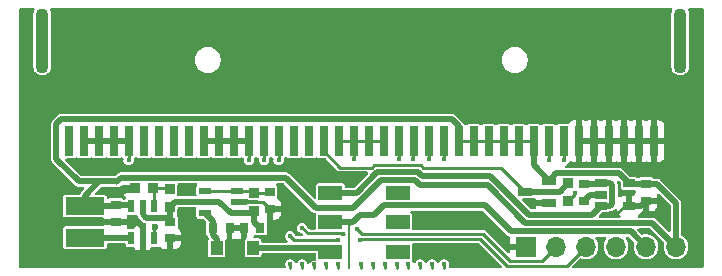
<source format=gtl>
%TF.GenerationSoftware,KiCad,Pcbnew,9.0.0*%
%TF.CreationDate,2025-03-29T13:30:17+00:00*%
%TF.ProjectId,vm_jacdaptor_0.1,766d5f6a-6163-4646-9170-746f725f302e,v0.1*%
%TF.SameCoordinates,PX58b1140PY3fe56c0*%
%TF.FileFunction,Copper,L1,Top*%
%TF.FilePolarity,Positive*%
%FSLAX45Y45*%
G04 Gerber Fmt 4.5, Leading zero omitted, Abs format (unit mm)*
G04 Created by KiCad (PCBNEW 9.0.0) date 2025-03-29 13:30:17*
%MOMM*%
%LPD*%
G01*
G04 APERTURE LIST*
%TA.AperFunction,ComponentPad*%
%ADD10R,1.700000X1.700000*%
%TD*%
%TA.AperFunction,ComponentPad*%
%ADD11O,1.700000X1.700000*%
%TD*%
%TA.AperFunction,SMDPad,CuDef*%
%ADD12C,0.125000*%
%TD*%
%TA.AperFunction,SMDPad,CuDef*%
%ADD13R,0.860000X0.810000*%
%TD*%
%TA.AperFunction,SMDPad,CuDef*%
%ADD14R,0.800000X0.900000*%
%TD*%
%TA.AperFunction,SMDPad,CuDef*%
%ADD15R,1.000000X0.700000*%
%TD*%
%TA.AperFunction,SMDPad,CuDef*%
%ADD16R,0.900000X0.800000*%
%TD*%
%TA.AperFunction,SMDPad,CuDef*%
%ADD17R,0.810000X0.860000*%
%TD*%
%TA.AperFunction,SMDPad,CuDef*%
%ADD18R,3.320000X1.500000*%
%TD*%
%TA.AperFunction,SMDPad,CuDef*%
%ADD19R,1.100000X0.600000*%
%TD*%
%TA.AperFunction,SMDPad,CuDef*%
%ADD20R,0.600000X1.100000*%
%TD*%
%TA.AperFunction,SMDPad,CuDef*%
%ADD21R,2.000000X1.200000*%
%TD*%
%TA.AperFunction,SMDPad,CuDef*%
%ADD22R,0.800000X2.500000*%
%TD*%
%TA.AperFunction,ComponentPad*%
%ADD23O,1.100000X5.500000*%
%TD*%
%TA.AperFunction,SMDPad,CuDef*%
%ADD24R,1.000000X1.200000*%
%TD*%
%TA.AperFunction,SMDPad,CuDef*%
%ADD25R,1.250000X0.700000*%
%TD*%
%TA.AperFunction,ViaPad*%
%ADD26C,0.600000*%
%TD*%
%TA.AperFunction,ViaPad*%
%ADD27C,0.450000*%
%TD*%
%TA.AperFunction,Conductor*%
%ADD28C,0.500000*%
%TD*%
%TA.AperFunction,Conductor*%
%ADD29C,0.250000*%
%TD*%
%TA.AperFunction,Conductor*%
%ADD30C,0.200000*%
%TD*%
G04 APERTURE END LIST*
D10*
%TO.P,J2,1,Pin_1*%
%TO.N,GND*%
X1395000Y-920000D03*
D11*
%TO.P,J2,2,Pin_2*%
%TO.N,/RESET*%
X1649000Y-920000D03*
%TO.P,J2,3,Pin_3*%
%TO.N,/SWCLK*%
X1903000Y-920000D03*
%TO.P,J2,4,Pin_4*%
%TO.N,/JD_DATA*%
X2157000Y-920000D03*
%TO.P,J2,5,Pin_5*%
%TO.N,JD_PWR*%
X2411000Y-920000D03*
%TO.P,J2,6,Pin_6*%
%TO.N,+3V3*%
X2665000Y-920000D03*
%TD*%
D12*
%TO.P,GS3,1,GND*%
%TO.N,GND*%
X-400000Y-1100000D03*
%TD*%
%TO.P,GS12,1,SWDIO~*%
%TO.N,/SWDIO_8*%
X600000Y-1100000D03*
%TD*%
%TO.P,GS5,1,SWDIO~*%
%TO.N,/SWDIO_1*%
X-200000Y-1100000D03*
%TD*%
D13*
%TO.P,R4,1*%
%TO.N,/JD_DATA_MCU*%
X1750000Y-385000D03*
%TO.P,R4,2*%
%TO.N,/JD_DATA*%
X1750000Y-535000D03*
%TD*%
%TO.P,R1,1*%
%TO.N,+4V15*%
X-1620000Y-585000D03*
%TO.P,R1,2*%
%TO.N,Net-(U1-FB)*%
X-1620000Y-435000D03*
%TD*%
D14*
%TO.P,C7,1*%
%TO.N,Net-(U3-OUT)*%
X-1255000Y-760000D03*
%TO.P,C7,2*%
%TO.N,GND*%
X-1115000Y-760000D03*
%TD*%
D12*
%TO.P,GS1,1,JD_PWR*%
%TO.N,JD_PWR*%
X-100000Y-1100000D03*
%TD*%
D15*
%TO.P,U2,1,IN*%
%TO.N,Net-(U2-EN)*%
X2030000Y-385000D03*
%TO.P,U2,2,GND*%
%TO.N,GND*%
X2030000Y-480000D03*
%TO.P,U2,3,EN*%
%TO.N,Net-(U2-EN)*%
X2030000Y-575000D03*
%TO.P,U2,4,N/C*%
%TO.N,GND*%
X2270000Y-575000D03*
%TO.P,U2,5,OUT*%
%TO.N,+3V3*%
X2270000Y-385000D03*
%TD*%
D12*
%TO.P,GS10,1,SWDIO~*%
%TO.N,/SWDIO_6*%
X400000Y-1100000D03*
%TD*%
%TO.P,GS7,1,SWDIO~*%
%TO.N,/SWDIO_3*%
X100000Y-1100000D03*
%TD*%
D16*
%TO.P,C2,1*%
%TO.N,+4V15*%
X-1620000Y-710000D03*
%TO.P,C2,2*%
%TO.N,GND*%
X-1620000Y-850000D03*
%TD*%
D17*
%TO.P,R2,1*%
%TO.N,Net-(U1-FB)*%
X-1765000Y-425000D03*
%TO.P,R2,2*%
%TO.N,GND*%
X-1915000Y-425000D03*
%TD*%
D18*
%TO.P,L1,1,1*%
%TO.N,+3V3*%
X-2340000Y-577000D03*
%TO.P,L1,2,2*%
%TO.N,Net-(U1-SW)*%
X-2340000Y-843000D03*
%TD*%
D12*
%TO.P,GS6,1,SWDIO~*%
%TO.N,/SWDIO_2*%
X0Y-1100000D03*
%TD*%
D16*
%TO.P,C1,1*%
%TO.N,+3V3*%
X-2080000Y-570000D03*
%TO.P,C1,2*%
%TO.N,GND*%
X-2080000Y-710000D03*
%TD*%
%TO.P,C6,1*%
%TO.N,Net-(U2-EN)*%
X1890000Y-390000D03*
%TO.P,C6,2*%
%TO.N,GND*%
X1890000Y-530000D03*
%TD*%
D12*
%TO.P,GS4,1,SWDIO~*%
%TO.N,/SWDIO_0*%
X-300000Y-1100000D03*
%TD*%
D19*
%TO.P,U3,1,IN*%
%TO.N,+4V15*%
X-1050000Y-635000D03*
%TO.P,U3,2,GND*%
%TO.N,GND*%
X-1050000Y-540000D03*
%TO.P,U3,3,EN*%
%TO.N,Net-(U3-EN)*%
X-1050000Y-445000D03*
%TO.P,U3,4,~{FAULT}*%
X-1320000Y-445000D03*
%TO.P,U3,5,ILIM*%
%TO.N,+4V15*%
X-1320000Y-540000D03*
%TO.P,U3,6,OUT*%
%TO.N,Net-(U3-OUT)*%
X-1320000Y-635000D03*
%TD*%
D16*
%TO.P,C5,1*%
%TO.N,+3V3*%
X2410000Y-390000D03*
%TO.P,C5,2*%
%TO.N,GND*%
X2410000Y-530000D03*
%TD*%
D12*
%TO.P,GS8,1,SWDIO~*%
%TO.N,/SWDIO_4*%
X200000Y-1100000D03*
%TD*%
D13*
%TO.P,R3,1*%
%TO.N,+4V15*%
X-905000Y-615000D03*
%TO.P,R3,2*%
%TO.N,Net-(U3-EN)*%
X-905000Y-465000D03*
%TD*%
D14*
%TO.P,C3,1*%
%TO.N,+4V15*%
X-855000Y-760000D03*
%TO.P,C3,2*%
%TO.N,GND*%
X-995000Y-760000D03*
%TD*%
D12*
%TO.P,GS11,1,SWDIO~*%
%TO.N,/SWDIO_7*%
X500000Y-1100000D03*
%TD*%
D20*
%TO.P,U1,1,SW*%
%TO.N,Net-(U1-SW)*%
X-1945000Y-845000D03*
%TO.P,U1,2,GND*%
%TO.N,GND*%
X-1850000Y-845000D03*
%TO.P,U1,3,EN*%
%TO.N,+3V3*%
X-1755000Y-845000D03*
%TO.P,U1,4,FB*%
%TO.N,Net-(U1-FB)*%
X-1755000Y-575000D03*
%TO.P,U1,5,VOUT*%
%TO.N,+4V15*%
X-1850000Y-575000D03*
%TO.P,U1,6,VBAT*%
%TO.N,+3V3*%
X-1945000Y-575000D03*
%TD*%
D12*
%TO.P,GS14,1,RESET*%
%TO.N,/RESET*%
X-500000Y-1100000D03*
%TD*%
%TO.P,GS9,1,SWDIO~*%
%TO.N,/SWDIO_5*%
X300000Y-1100000D03*
%TD*%
D21*
%TO.P,SW1,1,1*%
%TO.N,Net-(D2-Pad1)*%
X-260000Y-964500D03*
%TO.P,SW1,2,2*%
%TO.N,JD_PWR*%
X-260000Y-714500D03*
%TO.P,SW1,3,3*%
%TO.N,Net-(U2-EN)*%
X-260000Y-464500D03*
%TO.P,SW1,4,4*%
%TO.N,unconnected-(SW1-Pad4)*%
X310000Y-964500D03*
%TO.P,SW1,5,5*%
%TO.N,unconnected-(SW1-Pad5)*%
X310000Y-714500D03*
%TO.P,SW1,6,6*%
%TO.N,unconnected-(SW1-Pad6)*%
X310000Y-464500D03*
%TD*%
D12*
%TO.P,GS2,1,JD_DATA*%
%TO.N,/JD_DATA*%
X700000Y-1100000D03*
%TD*%
D22*
%TO.P,J1,1,P3*%
%TO.N,unconnected-(J1-P3-Pad1)*%
X-2476000Y-26000D03*
%TO.P,J1,2,P0*%
%TO.N,/SWCLK*%
X-2349000Y-26000D03*
%TO.P,J1,3,P0*%
X-2222000Y-26000D03*
%TO.P,J1,4,P0*%
X-2095000Y-26000D03*
%TO.P,J1,5,P0*%
X-1968000Y-26000D03*
%TO.P,J1,6,P4*%
%TO.N,unconnected-(J1-P4-Pad6)*%
X-1841000Y-26000D03*
%TO.P,J1,7,P5*%
%TO.N,unconnected-(J1-P5-Pad7)*%
X-1714000Y-26000D03*
%TO.P,J1,8,P6*%
%TO.N,unconnected-(J1-P6-Pad8)*%
X-1587000Y-26000D03*
%TO.P,J1,9,P7*%
%TO.N,unconnected-(J1-P7-Pad9)*%
X-1461000Y-26000D03*
%TO.P,J1,10,P1*%
%TO.N,/RESET*%
X-1334000Y-26000D03*
%TO.P,J1,11,P1*%
X-1206000Y-26000D03*
%TO.P,J1,12,P1*%
X-1079000Y-26000D03*
%TO.P,J1,13,P1*%
X-952000Y-26000D03*
%TO.P,J1,14,P8*%
%TO.N,/SWDIO_0*%
X-825000Y-26000D03*
%TO.P,J1,15,P9*%
%TO.N,/SWDIO_1*%
X-698000Y-26000D03*
%TO.P,J1,16,P10*%
%TO.N,unconnected-(J1-P10-Pad16)*%
X-571000Y-26000D03*
%TO.P,J1,17,P11*%
%TO.N,unconnected-(J1-P11-Pad17)*%
X-444000Y-26000D03*
%TO.P,J1,18,P12*%
%TO.N,/JD_DATA_MCU*%
X-317000Y-26000D03*
%TO.P,J1,19,P2*%
%TO.N,/SWDIO_2*%
X-190000Y-26000D03*
%TO.P,J1,20,P2*%
X-63000Y-26000D03*
%TO.P,J1,21,P2*%
X63000Y-26000D03*
%TO.P,J1,22,P2*%
X190000Y-26000D03*
%TO.P,J1,23,P13*%
%TO.N,/SWDIO_3*%
X317000Y-26000D03*
%TO.P,J1,24,P14*%
%TO.N,/SWDIO_4*%
X445000Y-26000D03*
%TO.P,J1,25,P15*%
%TO.N,/SWDIO_5*%
X572000Y-26000D03*
%TO.P,J1,26,P16*%
%TO.N,/SWDIO_6*%
X699000Y-26000D03*
%TO.P,J1,27,3V3*%
%TO.N,+3V3*%
X826000Y-26000D03*
%TO.P,J1,28,3V3*%
X953000Y-26000D03*
%TO.P,J1,29,3V3*%
X1080000Y-26000D03*
%TO.P,J1,30,3V3*%
X1207000Y-26000D03*
%TO.P,J1,31,3V3*%
X1334000Y-26000D03*
%TO.P,J1,32,3V3*%
X1461000Y-26000D03*
%TO.P,J1,33,P19*%
%TO.N,/SWDIO_7*%
X1588000Y-26000D03*
%TO.P,J1,34,P20*%
%TO.N,/SWDIO_8*%
X1714000Y-26000D03*
%TO.P,J1,35,GND*%
%TO.N,GND*%
X1841000Y-26000D03*
%TO.P,J1,36,GND*%
X1969000Y-26000D03*
%TO.P,J1,37,GND*%
X2096000Y-26000D03*
%TO.P,J1,38,GND*%
X2223000Y-26000D03*
%TO.P,J1,39,GND*%
X2350000Y-26000D03*
%TO.P,J1,40,GND*%
X2477000Y-26000D03*
D23*
%TO.P,J1,41*%
%TO.N,N/C*%
X2700000Y825000D03*
%TO.P,J1,42*%
X-2700000Y825000D03*
%TD*%
D12*
%TO.P,GS13,1,SWCLK*%
%TO.N,/SWCLK*%
X-600000Y-1100000D03*
%TD*%
D16*
%TO.P,C4,1*%
%TO.N,Net-(U3-EN)*%
X-775000Y-460000D03*
%TO.P,C4,2*%
%TO.N,GND*%
X-775000Y-600000D03*
%TD*%
D24*
%TO.P,D2,1*%
%TO.N,Net-(D2-Pad1)*%
X-915000Y-930000D03*
%TO.P,D2,2*%
%TO.N,Net-(U3-OUT)*%
X-1225000Y-930000D03*
%TD*%
D25*
%TO.P,D1,1*%
%TO.N,GND*%
X1590000Y-550000D03*
%TO.P,D1,2*%
%TO.N,+3V3*%
X1590000Y-360000D03*
%TO.P,D1,3*%
%TO.N,/JD_DATA_MCU*%
X1390000Y-455000D03*
%TD*%
D26*
%TO.N,+3V3*%
X-1750000Y-750100D03*
X-2067500Y-367500D03*
D27*
%TO.N,GND*%
X-1465000Y-445000D03*
D26*
X-2006819Y-444689D03*
D27*
X1940000Y-480000D03*
X-335000Y-305000D03*
X-400000Y-1070000D03*
X-745000Y-830000D03*
D26*
X-1930000Y-710000D03*
D27*
X2170000Y-635000D03*
X945000Y-695000D03*
X-1420000Y-245000D03*
X1435000Y-550000D03*
X1140000Y-810000D03*
X-2260000Y-255000D03*
X1020000Y-965000D03*
%TO.N,/JD_DATA*%
X1808099Y-468914D03*
X700000Y-1070000D03*
%TO.N,/SWDIO_1*%
X-700000Y-190000D03*
X-200000Y-1070000D03*
%TO.N,/SWDIO_2*%
X-60000Y-180000D03*
X0Y-1070000D03*
%TO.N,/SWDIO_3*%
X100000Y-1070000D03*
X320000Y-176900D03*
%TO.N,/SWDIO_4*%
X200000Y-1070000D03*
X440000Y-176900D03*
%TO.N,/SWDIO_5*%
X300000Y-1070000D03*
X570000Y-180000D03*
%TO.N,/SWDIO_6*%
X400000Y-1070000D03*
X700000Y-180000D03*
%TO.N,/SWDIO_7*%
X1590000Y-190000D03*
X500000Y-1070000D03*
%TO.N,/SWCLK*%
X-6851Y-863829D03*
X-600000Y-1070000D03*
X-1970000Y-190000D03*
X-198693Y-862000D03*
X-600000Y-830000D03*
%TO.N,/RESET*%
X-32782Y-772782D03*
X-500000Y-760000D03*
X-500000Y-1070000D03*
X-152500Y-816322D03*
X-950000Y-190000D03*
%TO.N,/SWDIO_0*%
X-300000Y-1070000D03*
X-820000Y-190000D03*
%TO.N,/SWDIO_8*%
X1720000Y-190000D03*
X600000Y-1070000D03*
%TD*%
D28*
%TO.N,+3V3*%
X-2036900Y-336900D02*
X-637800Y-336900D01*
X-2067500Y-367500D02*
X-2036900Y-336900D01*
X1390059Y-719900D02*
X2464900Y-719900D01*
X2464900Y-719900D02*
X2665000Y-920000D01*
X-2087000Y-577000D02*
X-2080000Y-570000D01*
X2184400Y-299400D02*
X1650600Y-299400D01*
X2275000Y-390000D02*
X2270000Y-385000D01*
X-2080000Y-570000D02*
X-1950000Y-570000D01*
X-384700Y-590000D02*
X-65700Y-590000D01*
D29*
X953000Y-26000D02*
X1080000Y-26000D01*
D28*
X2505000Y-390000D02*
X2665000Y-550000D01*
X-2340000Y-577000D02*
X-2087000Y-577000D01*
X-637800Y-336900D02*
X-384700Y-590000D01*
X2270000Y-385000D02*
X2184400Y-299400D01*
X495700Y-400000D02*
X1070159Y-400000D01*
X-1950000Y-570000D02*
X-1945000Y-575000D01*
X-2580000Y120000D02*
X-2540000Y160000D01*
X1650600Y-299400D02*
X1590000Y-360000D01*
X-2340000Y-577000D02*
X-2340000Y-490000D01*
D29*
X826000Y-26000D02*
X953000Y-26000D01*
X1080000Y-26000D02*
X1207000Y-26000D01*
D28*
X826000Y102200D02*
X826000Y-26000D01*
D29*
X-1755000Y-845000D02*
X-1755000Y-755100D01*
D28*
X-2340000Y-490000D02*
X-2217500Y-367500D01*
D29*
X-2080000Y-380000D02*
X-2067500Y-367500D01*
D28*
X-2217500Y-367500D02*
X-2067500Y-367500D01*
X2665000Y-550000D02*
X2665000Y-920000D01*
D29*
X1207000Y-26000D02*
X1334000Y-26000D01*
D28*
X1461000Y-26000D02*
X1461000Y-231000D01*
X1461000Y-231000D02*
X1590000Y-360000D01*
X455100Y-359400D02*
X495700Y-400000D01*
X1070159Y-400000D02*
X1390059Y-719900D01*
X-65700Y-590000D02*
X164900Y-359400D01*
X-2067500Y-367500D02*
X-2389700Y-367500D01*
X-2389700Y-367500D02*
X-2580000Y-177200D01*
X2410000Y-390000D02*
X2505000Y-390000D01*
D29*
X1334000Y-26000D02*
X1461000Y-26000D01*
D28*
X768200Y160000D02*
X826000Y102200D01*
D29*
X-1755000Y-755100D02*
X-1750000Y-750100D01*
D28*
X-2540000Y160000D02*
X768200Y160000D01*
X164900Y-359400D02*
X455100Y-359400D01*
X2410000Y-390000D02*
X2275000Y-390000D01*
X-2580000Y-177200D02*
X-2580000Y120000D01*
%TO.N,GND*%
X-1890000Y-710000D02*
X-1930000Y-710000D01*
X-995000Y-760000D02*
X-1115000Y-760000D01*
D29*
X2270000Y-575000D02*
X2230000Y-575000D01*
X-835000Y-540000D02*
X-775000Y-600000D01*
X-1050000Y-540000D02*
X-835000Y-540000D01*
D28*
X-1850000Y-750000D02*
X-1890000Y-710000D01*
X-1915000Y-425000D02*
X-1930200Y-440200D01*
X1940000Y-480000D02*
X1890000Y-530000D01*
X-1930200Y-440200D02*
X-2003058Y-440200D01*
X2365000Y-575000D02*
X2410000Y-530000D01*
D29*
X2230000Y-575000D02*
X2170000Y-635000D01*
D28*
X-1850000Y-845000D02*
X-1850000Y-750000D01*
X2030000Y-480000D02*
X1940000Y-480000D01*
X2270000Y-575000D02*
X2365000Y-575000D01*
D29*
X-400000Y-1100000D02*
X-400000Y-1070000D01*
D28*
X-2080000Y-710000D02*
X-1930000Y-710000D01*
%TO.N,+4V15*%
X-1654900Y-675100D02*
X-1620000Y-710000D01*
X-1050000Y-635000D02*
X-925000Y-635000D01*
X-1200000Y-540000D02*
X-1105000Y-635000D01*
X-905000Y-615000D02*
X-905000Y-710000D01*
X-1620000Y-585000D02*
X-1575000Y-540000D01*
X-925000Y-635000D02*
X-905000Y-615000D01*
X-1575000Y-540000D02*
X-1320000Y-540000D01*
X-1320000Y-540000D02*
X-1200000Y-540000D01*
X-1620000Y-585000D02*
X-1620000Y-710000D01*
X-905000Y-710000D02*
X-855000Y-760000D01*
X-1850000Y-575000D02*
X-1850000Y-643934D01*
X-1105000Y-635000D02*
X-1050000Y-635000D01*
X-1818834Y-675100D02*
X-1654900Y-675100D01*
X-1850000Y-643934D02*
X-1818834Y-675100D01*
D29*
%TO.N,Net-(U3-EN)*%
X-925000Y-445000D02*
X-905000Y-465000D01*
X-1050000Y-445000D02*
X-1320000Y-445000D01*
X-1050000Y-445000D02*
X-925000Y-445000D01*
X-905000Y-465000D02*
X-780000Y-465000D01*
X-780000Y-465000D02*
X-775000Y-460000D01*
D28*
%TO.N,Net-(U2-EN)*%
X135905Y-289400D02*
X-39195Y-464500D01*
X2110200Y-575000D02*
X2125100Y-560100D01*
X-39195Y-464500D02*
X-260000Y-464500D01*
X1890000Y-390000D02*
X2025000Y-390000D01*
X2030000Y-575000D02*
X2110200Y-575000D01*
X2110200Y-385000D02*
X2030000Y-385000D01*
X1955100Y-649900D02*
X1419053Y-649900D01*
X2125100Y-399900D02*
X2110200Y-385000D01*
X2030000Y-575000D02*
X1955100Y-649900D01*
X1089154Y-320000D02*
X514695Y-320000D01*
X484095Y-289400D02*
X135905Y-289400D01*
X1419053Y-649900D02*
X1089154Y-320000D01*
X2025000Y-390000D02*
X2030000Y-385000D01*
X2125100Y-560100D02*
X2125100Y-399900D01*
X514695Y-320000D02*
X484095Y-289400D01*
%TO.N,Net-(U3-OUT)*%
X-1255000Y-825000D02*
X-1225000Y-855000D01*
X-1255000Y-760000D02*
X-1255000Y-825000D01*
X-1255000Y-700000D02*
X-1320000Y-635000D01*
X-1225000Y-855000D02*
X-1225000Y-930000D01*
X-1255000Y-760000D02*
X-1255000Y-700000D01*
D29*
%TO.N,/JD_DATA_MCU*%
X-317000Y-111000D02*
X-317000Y-26000D01*
D28*
X1680000Y-455000D02*
X1750000Y-385000D01*
D29*
X507912Y-231900D02*
X112088Y-231900D01*
X112088Y-231900D02*
X93988Y-250000D01*
X-178000Y-250000D02*
X-317000Y-111000D01*
X1185000Y-250000D02*
X526012Y-250000D01*
D28*
X1390000Y-455000D02*
X1680000Y-455000D01*
D29*
X93988Y-250000D02*
X-178000Y-250000D01*
X1390000Y-455000D02*
X1185000Y-250000D01*
X526012Y-250000D02*
X507912Y-231900D01*
D28*
%TO.N,Net-(D2-Pad1)*%
X-294500Y-930000D02*
X-260000Y-964500D01*
X-915000Y-930000D02*
X-294500Y-930000D01*
%TO.N,JD_PWR*%
X104988Y-655012D02*
X190400Y-569600D01*
X-260000Y-714500D02*
X-72960Y-714500D01*
X1044400Y-569600D02*
X1264800Y-790000D01*
X-49230Y-690770D02*
X-13472Y-655012D01*
X-72960Y-714500D02*
X-49230Y-690770D01*
X-13472Y-655012D02*
X104988Y-655012D01*
D30*
X-100000Y-1100000D02*
X-100000Y-741540D01*
D28*
X190400Y-569600D02*
X1044400Y-569600D01*
X2281000Y-790000D02*
X2411000Y-920000D01*
X1264800Y-790000D02*
X2281000Y-790000D01*
D30*
X-100000Y-741540D02*
X-72960Y-714500D01*
D29*
%TO.N,/JD_DATA*%
X700000Y-1100000D02*
X700000Y-1070000D01*
X1808099Y-476900D02*
X1750000Y-535000D01*
X1808099Y-468914D02*
X1808099Y-476900D01*
%TO.N,/SWDIO_1*%
X-700000Y-190000D02*
X-700000Y-28000D01*
X-700000Y-28000D02*
X-698000Y-26000D01*
X-200000Y-1100000D02*
X-200000Y-1070000D01*
%TO.N,/SWDIO_2*%
X-63000Y-177000D02*
X-60000Y-180000D01*
X-190000Y-26000D02*
X-63000Y-26000D01*
X63000Y-26000D02*
X190000Y-26000D01*
X-63000Y-26000D02*
X63000Y-26000D01*
X-63000Y-26000D02*
X-63000Y-177000D01*
X0Y-1100000D02*
X0Y-1070000D01*
%TO.N,/SWDIO_3*%
X317000Y-26000D02*
X320000Y-29000D01*
X100000Y-1100000D02*
X100000Y-1070000D01*
X320000Y-29000D02*
X320000Y-176900D01*
%TO.N,/SWDIO_4*%
X200000Y-1100000D02*
X200000Y-1070000D01*
X440000Y-31000D02*
X440000Y-176900D01*
X445000Y-26000D02*
X440000Y-31000D01*
%TO.N,/SWDIO_5*%
X300000Y-1100000D02*
X300000Y-1070000D01*
X572000Y-178000D02*
X570000Y-180000D01*
X572000Y-26000D02*
X572000Y-178000D01*
%TO.N,/SWDIO_6*%
X699000Y-26000D02*
X699000Y-179000D01*
X699000Y-179000D02*
X700000Y-180000D01*
X400000Y-1100000D02*
X400000Y-1070000D01*
%TO.N,/SWDIO_7*%
X500000Y-1100000D02*
X500000Y-1070000D01*
X1590000Y-190000D02*
X1590000Y-28000D01*
X1590000Y-28000D02*
X1588000Y-26000D01*
%TO.N,/SWCLK*%
X-600000Y-830000D02*
X-568000Y-862000D01*
D28*
X-2349000Y-26000D02*
X-2222000Y-26000D01*
X-2095000Y-26000D02*
X-1968000Y-26000D01*
D29*
X-568000Y-862000D02*
X-198693Y-862000D01*
X-1970000Y-28000D02*
X-1968000Y-26000D01*
X1010000Y-855000D02*
X1978Y-855000D01*
X-600000Y-1100000D02*
X-600000Y-1070000D01*
X1740200Y-1082800D02*
X1237800Y-1082800D01*
X1903000Y-920000D02*
X1740200Y-1082800D01*
X-1970000Y-190000D02*
X-1970000Y-28000D01*
X1978Y-855000D02*
X-6851Y-863829D01*
D28*
X-2222000Y-26000D02*
X-2095000Y-26000D01*
D29*
X1237800Y-1082800D02*
X1010000Y-855000D01*
%TO.N,/RESET*%
X-149514Y-814325D02*
X-149514Y-814933D01*
X-151812Y-816190D02*
X-151823Y-816202D01*
X-149123Y-815519D02*
X-150974Y-815519D01*
X-500000Y-760000D02*
X-452900Y-807100D01*
X-152232Y-816256D02*
X-152360Y-816256D01*
X1649000Y-920000D02*
X1531400Y-1037600D01*
X-152484Y-816307D02*
X-152500Y-816322D01*
X-212963Y-807100D02*
X-212862Y-807000D01*
X-152395Y-816291D02*
X-152425Y-816291D01*
X-500000Y-1100000D02*
X-500000Y-1070000D01*
X-152425Y-816291D02*
X-152441Y-816307D01*
X1030000Y-810000D02*
X4436Y-810000D01*
X-153210Y-807000D02*
X-152500Y-807710D01*
X4436Y-810000D02*
X-32782Y-772782D01*
X-152177Y-816202D02*
X-152232Y-816256D01*
X-151411Y-816016D02*
X-151785Y-816016D01*
X-152500Y-811339D02*
X-149514Y-814325D01*
X-950000Y-28000D02*
X-952000Y-26000D01*
D28*
X-1206000Y-26000D02*
X-1079000Y-26000D01*
D29*
X-212862Y-807000D02*
X-153210Y-807000D01*
X-149072Y-815468D02*
X-149123Y-815519D01*
X-151812Y-816042D02*
X-151812Y-816190D01*
X-151107Y-815711D02*
X-151411Y-816016D01*
X-150974Y-815519D02*
X-151107Y-815653D01*
D28*
X-1079000Y-26000D02*
X-952000Y-26000D01*
D29*
X-151823Y-816202D02*
X-152177Y-816202D01*
X-152441Y-816307D02*
X-152484Y-816307D01*
X-149514Y-814933D02*
X-149072Y-815375D01*
X-950000Y-190000D02*
X-950000Y-28000D01*
X-151785Y-816016D02*
X-151812Y-816042D01*
X-149072Y-815375D02*
X-149072Y-815468D01*
X-152500Y-807710D02*
X-152500Y-811339D01*
X1257600Y-1037600D02*
X1030000Y-810000D01*
D28*
X-1334000Y-26000D02*
X-1206000Y-26000D01*
D29*
X-152360Y-816256D02*
X-152395Y-816291D01*
X-452900Y-807100D02*
X-212963Y-807100D01*
X-151107Y-815653D02*
X-151107Y-815711D01*
X1531400Y-1037600D02*
X1257600Y-1037600D01*
%TO.N,/SWDIO_0*%
X-820000Y-31000D02*
X-825000Y-26000D01*
X-300000Y-1100000D02*
X-300000Y-1070000D01*
X-820000Y-190000D02*
X-820000Y-31000D01*
%TO.N,/SWDIO_8*%
X1720000Y-32000D02*
X1714000Y-26000D01*
X1720000Y-190000D02*
X1720000Y-32000D01*
X600000Y-1100000D02*
X600000Y-1070000D01*
D28*
%TO.N,Net-(U1-SW)*%
X-2340000Y-843000D02*
X-1947000Y-843000D01*
X-1947000Y-843000D02*
X-1945000Y-845000D01*
D29*
%TO.N,Net-(U1-FB)*%
X-1755000Y-435000D02*
X-1765000Y-425000D01*
X-1755000Y-575000D02*
X-1755000Y-435000D01*
X-1630000Y-425000D02*
X-1620000Y-435000D01*
X-1765000Y-425000D02*
X-1630000Y-425000D01*
%TD*%
%TA.AperFunction,Conductor*%
%TO.N,GND*%
G36*
X-2770040Y1097982D02*
G01*
X-2765465Y1092701D01*
X-2764470Y1085785D01*
X-2766262Y1081109D01*
X-2766221Y1081087D01*
X-2766397Y1080759D01*
X-2766434Y1080661D01*
X-2766508Y1080550D01*
X-2766509Y1080549D01*
X-2772166Y1066892D01*
X-2772166Y1066891D01*
X-2775050Y1052392D01*
X-2775050Y1052392D01*
X-2775050Y597608D01*
X-2775050Y597608D01*
X-2775050Y597608D01*
X-2772166Y583109D01*
X-2772166Y583108D01*
X-2766509Y569451D01*
X-2766508Y569450D01*
X-2758295Y557159D01*
X-2758295Y557158D01*
X-2747842Y546705D01*
X-2747842Y546705D01*
X-2735550Y538492D01*
X-2735549Y538491D01*
X-2721892Y532834D01*
X-2721891Y532834D01*
X-2721891Y532834D01*
X-2721891Y532834D01*
X-2707392Y529950D01*
X-2707392Y529950D01*
X-2692608Y529950D01*
X-2682854Y531890D01*
X-2678109Y532834D01*
X-2664451Y538492D01*
X-2652158Y546705D01*
X-2641705Y557158D01*
X-2633492Y569451D01*
X-2627834Y583109D01*
X-2624950Y597608D01*
X-2624950Y668661D01*
X-1410050Y668661D01*
X-1410050Y651339D01*
X-1407340Y634230D01*
X-1401987Y617756D01*
X-1394123Y602321D01*
X-1383941Y588307D01*
X-1371693Y576059D01*
X-1357679Y565877D01*
X-1342245Y558013D01*
X-1325770Y552660D01*
X-1308661Y549950D01*
X-1308661Y549950D01*
X-1291339Y549950D01*
X-1291339Y549950D01*
X-1274230Y552660D01*
X-1257756Y558013D01*
X-1242321Y565877D01*
X-1228307Y576059D01*
X-1216059Y588307D01*
X-1205877Y602321D01*
X-1198013Y617756D01*
X-1192660Y634230D01*
X-1189950Y651339D01*
X-1189950Y668661D01*
X1189950Y668661D01*
X1189950Y651339D01*
X1192660Y634230D01*
X1198013Y617756D01*
X1205877Y602321D01*
X1216059Y588307D01*
X1228307Y576059D01*
X1242321Y565877D01*
X1257756Y558013D01*
X1274230Y552660D01*
X1291339Y549950D01*
X1291339Y549950D01*
X1308661Y549950D01*
X1308661Y549950D01*
X1325770Y552660D01*
X1342245Y558013D01*
X1357679Y565877D01*
X1371693Y576059D01*
X1383941Y588307D01*
X1394123Y602321D01*
X1401987Y617756D01*
X1407340Y634230D01*
X1410050Y651339D01*
X1410050Y668661D01*
X1407340Y685770D01*
X1401987Y702244D01*
X1394123Y717679D01*
X1383941Y731693D01*
X1371693Y743941D01*
X1357679Y754123D01*
X1342245Y761987D01*
X1325770Y767340D01*
X1325770Y767340D01*
X1325770Y767340D01*
X1312627Y769422D01*
X1308661Y770050D01*
X1291339Y770050D01*
X1287373Y769422D01*
X1274230Y767340D01*
X1257755Y761987D01*
X1242321Y754123D01*
X1234326Y748314D01*
X1228307Y743941D01*
X1228307Y743941D01*
X1228307Y743941D01*
X1216059Y731693D01*
X1216059Y731693D01*
X1216059Y731693D01*
X1211686Y725674D01*
X1205877Y717679D01*
X1198013Y702245D01*
X1192660Y685770D01*
X1189950Y668661D01*
X-1189950Y668661D01*
X-1192660Y685770D01*
X-1198013Y702244D01*
X-1205877Y717679D01*
X-1216059Y731693D01*
X-1228307Y743941D01*
X-1242321Y754123D01*
X-1257756Y761987D01*
X-1274230Y767340D01*
X-1274230Y767340D01*
X-1274230Y767340D01*
X-1287373Y769422D01*
X-1291339Y770050D01*
X-1308661Y770050D01*
X-1312627Y769422D01*
X-1325770Y767340D01*
X-1342245Y761987D01*
X-1357679Y754123D01*
X-1365674Y748314D01*
X-1371693Y743941D01*
X-1371693Y743941D01*
X-1371693Y743941D01*
X-1383941Y731693D01*
X-1383941Y731693D01*
X-1383941Y731693D01*
X-1388314Y725674D01*
X-1394123Y717679D01*
X-1401987Y702245D01*
X-1407340Y685770D01*
X-1410050Y668661D01*
X-2624950Y668661D01*
X-2624950Y1052392D01*
X-2624950Y1052392D01*
X-2627834Y1066891D01*
X-2627834Y1066891D01*
X-2627834Y1066891D01*
X-2627834Y1066892D01*
X-2633491Y1080549D01*
X-2633492Y1080550D01*
X-2633566Y1080661D01*
X-2633587Y1080728D01*
X-2633779Y1081087D01*
X-2633711Y1081124D01*
X-2635654Y1087328D01*
X-2633806Y1094066D01*
X-2628608Y1098736D01*
X-2623256Y1099950D01*
X2623256Y1099950D01*
X2629960Y1097982D01*
X2634535Y1092701D01*
X2635530Y1085785D01*
X2633738Y1081109D01*
X2633779Y1081087D01*
X2633603Y1080759D01*
X2633566Y1080661D01*
X2633492Y1080550D01*
X2633491Y1080549D01*
X2627834Y1066892D01*
X2627834Y1066891D01*
X2624950Y1052392D01*
X2624950Y1052392D01*
X2624950Y597608D01*
X2624950Y597608D01*
X2624950Y597608D01*
X2627834Y583109D01*
X2627834Y583108D01*
X2633491Y569451D01*
X2633492Y569450D01*
X2641705Y557159D01*
X2641705Y557158D01*
X2652158Y546705D01*
X2652158Y546705D01*
X2664450Y538492D01*
X2664451Y538491D01*
X2678108Y532834D01*
X2678109Y532834D01*
X2678109Y532834D01*
X2678109Y532834D01*
X2692608Y529950D01*
X2692608Y529950D01*
X2707392Y529950D01*
X2717146Y531890D01*
X2721891Y532834D01*
X2735550Y538492D01*
X2747842Y546705D01*
X2758295Y557158D01*
X2766508Y569451D01*
X2772166Y583109D01*
X2775050Y597608D01*
X2775050Y1052392D01*
X2775050Y1052392D01*
X2772166Y1066891D01*
X2772166Y1066891D01*
X2772166Y1066891D01*
X2772166Y1066892D01*
X2766509Y1080549D01*
X2766508Y1080550D01*
X2766434Y1080661D01*
X2766413Y1080728D01*
X2766221Y1081087D01*
X2766289Y1081124D01*
X2764346Y1087328D01*
X2766194Y1094066D01*
X2771392Y1098736D01*
X2776744Y1099950D01*
X2887550Y1099950D01*
X2894254Y1097982D01*
X2898829Y1092701D01*
X2899950Y1087550D01*
X2899950Y-1087600D01*
X2897981Y-1094304D01*
X2892701Y-1098879D01*
X2887550Y-1100000D01*
X1798969Y-1100000D01*
X1792265Y-1098032D01*
X1787689Y-1092751D01*
X1786695Y-1085835D01*
X1789598Y-1079480D01*
X1790201Y-1078832D01*
X1849289Y-1019743D01*
X1855422Y-1016395D01*
X1862391Y-1016893D01*
X1862802Y-1017055D01*
X1872358Y-1021013D01*
X1892653Y-1025050D01*
X1892653Y-1025050D01*
X1892653Y-1025050D01*
X1913347Y-1025050D01*
X1913347Y-1025050D01*
X1933642Y-1021013D01*
X1952760Y-1013094D01*
X1969965Y-1001598D01*
X1984598Y-986965D01*
X1996094Y-969760D01*
X2004013Y-950642D01*
X2008050Y-930346D01*
X2008050Y-909653D01*
X2004013Y-889358D01*
X1996094Y-870240D01*
X1996094Y-870240D01*
X1996094Y-870240D01*
X1985469Y-854339D01*
X1983382Y-847671D01*
X1985230Y-840933D01*
X1990428Y-836264D01*
X1995780Y-835050D01*
X2064220Y-835050D01*
X2070924Y-837018D01*
X2075500Y-842299D01*
X2076494Y-849215D01*
X2074531Y-854339D01*
X2063906Y-870240D01*
X2063906Y-870240D01*
X2055987Y-889358D01*
X2055987Y-889359D01*
X2051950Y-909653D01*
X2051950Y-930347D01*
X2055987Y-950641D01*
X2055987Y-950642D01*
X2062594Y-966592D01*
X2063906Y-969760D01*
X2066333Y-973392D01*
X2075402Y-986966D01*
X2090034Y-1001597D01*
X2090034Y-1001598D01*
X2107240Y-1013094D01*
X2126358Y-1021013D01*
X2146653Y-1025050D01*
X2146653Y-1025050D01*
X2146654Y-1025050D01*
X2167347Y-1025050D01*
X2167347Y-1025050D01*
X2187642Y-1021013D01*
X2206760Y-1013094D01*
X2223966Y-1001598D01*
X2238598Y-986965D01*
X2250094Y-969760D01*
X2258013Y-950642D01*
X2262050Y-930346D01*
X2262050Y-909653D01*
X2258013Y-889358D01*
X2250094Y-870240D01*
X2250094Y-870240D01*
X2250094Y-870240D01*
X2239469Y-854339D01*
X2239166Y-853369D01*
X2238500Y-852601D01*
X2238139Y-850091D01*
X2237382Y-847671D01*
X2237650Y-846691D01*
X2237506Y-845685D01*
X2238559Y-843378D01*
X2239230Y-840933D01*
X2239986Y-840254D01*
X2240408Y-839330D01*
X2242542Y-837959D01*
X2244428Y-836264D01*
X2245588Y-836001D01*
X2246286Y-835552D01*
X2249780Y-835050D01*
X2257204Y-835050D01*
X2263907Y-837018D01*
X2265972Y-838682D01*
X2306406Y-879116D01*
X2309754Y-885248D01*
X2309799Y-890303D01*
X2305950Y-909653D01*
X2305950Y-930347D01*
X2309987Y-950641D01*
X2309987Y-950642D01*
X2316594Y-966592D01*
X2317906Y-969760D01*
X2320333Y-973392D01*
X2329402Y-986966D01*
X2344034Y-1001597D01*
X2344035Y-1001598D01*
X2361240Y-1013094D01*
X2380358Y-1021013D01*
X2400653Y-1025050D01*
X2400653Y-1025050D01*
X2400654Y-1025050D01*
X2421347Y-1025050D01*
X2421347Y-1025050D01*
X2441642Y-1021013D01*
X2460760Y-1013094D01*
X2477966Y-1001598D01*
X2492598Y-986965D01*
X2504094Y-969760D01*
X2512013Y-950642D01*
X2516050Y-930346D01*
X2516050Y-909653D01*
X2512013Y-889358D01*
X2504094Y-870240D01*
X2492598Y-853034D01*
X2492598Y-853034D01*
X2477966Y-838402D01*
X2465062Y-829781D01*
X2460760Y-826906D01*
X2459822Y-826517D01*
X2441642Y-818987D01*
X2441641Y-818987D01*
X2421347Y-814950D01*
X2421347Y-814950D01*
X2400654Y-814950D01*
X2396314Y-815813D01*
X2381303Y-818799D01*
X2374344Y-818176D01*
X2370116Y-815405D01*
X2357176Y-802466D01*
X2340828Y-786118D01*
X2337480Y-779986D01*
X2337978Y-773017D01*
X2342165Y-767423D01*
X2348712Y-764982D01*
X2349597Y-764950D01*
X2441104Y-764950D01*
X2447807Y-766918D01*
X2449872Y-768582D01*
X2560405Y-879116D01*
X2563754Y-885248D01*
X2563799Y-890303D01*
X2559950Y-909653D01*
X2559950Y-930347D01*
X2563987Y-950641D01*
X2563987Y-950642D01*
X2570594Y-966592D01*
X2571906Y-969760D01*
X2574333Y-973392D01*
X2583402Y-986966D01*
X2598034Y-1001597D01*
X2598035Y-1001598D01*
X2615240Y-1013094D01*
X2634358Y-1021013D01*
X2654653Y-1025050D01*
X2654653Y-1025050D01*
X2654654Y-1025050D01*
X2675347Y-1025050D01*
X2675347Y-1025050D01*
X2695642Y-1021013D01*
X2714760Y-1013094D01*
X2731966Y-1001598D01*
X2746598Y-986965D01*
X2758094Y-969760D01*
X2766013Y-950642D01*
X2770050Y-930346D01*
X2770050Y-909653D01*
X2766013Y-889358D01*
X2758094Y-870240D01*
X2746598Y-853034D01*
X2746598Y-853034D01*
X2731966Y-838402D01*
X2715561Y-827441D01*
X2711080Y-822080D01*
X2710050Y-817131D01*
X2710050Y-544069D01*
X2710050Y-544069D01*
X2706980Y-532611D01*
X2706980Y-532611D01*
X2702635Y-525086D01*
X2701049Y-522339D01*
X2701049Y-522338D01*
X2532662Y-353951D01*
X2532661Y-353951D01*
X2527525Y-350986D01*
X2522389Y-348020D01*
X2521178Y-347696D01*
X2519967Y-347371D01*
X2519967Y-347371D01*
X2515956Y-346297D01*
X2510931Y-344950D01*
X2510931Y-344950D01*
X2482368Y-344950D01*
X2475664Y-342982D01*
X2472058Y-339439D01*
X2469455Y-335545D01*
X2462823Y-331113D01*
X2462823Y-331113D01*
X2456975Y-329950D01*
X2456975Y-329950D01*
X2363025Y-329950D01*
X2363025Y-329950D01*
X2357177Y-331113D01*
X2357177Y-331113D01*
X2349529Y-336223D01*
X2349308Y-335892D01*
X2345136Y-338170D01*
X2338167Y-337672D01*
X2335604Y-336024D01*
X2335471Y-336223D01*
X2327823Y-331113D01*
X2327823Y-331113D01*
X2321975Y-329950D01*
X2321975Y-329950D01*
X2283797Y-329950D01*
X2277093Y-327982D01*
X2275029Y-326318D01*
X2212062Y-263351D01*
X2212061Y-263351D01*
X2206130Y-259927D01*
X2201789Y-257420D01*
X2200578Y-257096D01*
X2199367Y-256771D01*
X2199367Y-256771D01*
X2195548Y-255748D01*
X2190331Y-254350D01*
X1738430Y-254350D01*
X1731726Y-252381D01*
X1727151Y-247101D01*
X1726157Y-240185D01*
X1729059Y-233830D01*
X1734937Y-230052D01*
X1735218Y-229973D01*
X1736424Y-229650D01*
X1746126Y-224048D01*
X1754048Y-216126D01*
X1759650Y-206424D01*
X1760378Y-203706D01*
X1764015Y-197740D01*
X1770299Y-194687D01*
X1776689Y-195297D01*
X1790262Y-200360D01*
X1790263Y-200360D01*
X1796215Y-201000D01*
X1796217Y-201000D01*
X1816000Y-201000D01*
X1866000Y-201000D01*
X1885783Y-201000D01*
X1885784Y-201000D01*
X1891738Y-200360D01*
X1891738Y-200360D01*
X1900667Y-197029D01*
X1907636Y-196531D01*
X1909333Y-197029D01*
X1918262Y-200360D01*
X1918262Y-200360D01*
X1924215Y-201000D01*
X1924217Y-201000D01*
X1944000Y-201000D01*
X1994000Y-201000D01*
X2013783Y-201000D01*
X2013784Y-201000D01*
X2019737Y-200360D01*
X2019738Y-200360D01*
X2028167Y-197216D01*
X2035136Y-196717D01*
X2036833Y-197216D01*
X2045262Y-200360D01*
X2045263Y-200360D01*
X2051215Y-201000D01*
X2051217Y-201000D01*
X2071000Y-201000D01*
X2121000Y-201000D01*
X2140783Y-201000D01*
X2140784Y-201000D01*
X2146737Y-200360D01*
X2146738Y-200360D01*
X2155167Y-197216D01*
X2162136Y-196717D01*
X2163833Y-197216D01*
X2172262Y-200360D01*
X2172263Y-200360D01*
X2178216Y-201000D01*
X2178217Y-201000D01*
X2198000Y-201000D01*
X2248000Y-201000D01*
X2267783Y-201000D01*
X2267784Y-201000D01*
X2273737Y-200360D01*
X2273738Y-200360D01*
X2282167Y-197216D01*
X2289136Y-196717D01*
X2290833Y-197216D01*
X2299262Y-200360D01*
X2299263Y-200360D01*
X2305216Y-201000D01*
X2305217Y-201000D01*
X2325000Y-201000D01*
X2375000Y-201000D01*
X2394783Y-201000D01*
X2394784Y-201000D01*
X2400737Y-200360D01*
X2400738Y-200360D01*
X2409167Y-197216D01*
X2416136Y-196717D01*
X2417833Y-197216D01*
X2426262Y-200360D01*
X2426263Y-200360D01*
X2432216Y-201000D01*
X2432217Y-201000D01*
X2452000Y-201000D01*
X2502000Y-201000D01*
X2521783Y-201000D01*
X2521784Y-201000D01*
X2527737Y-200360D01*
X2527738Y-200360D01*
X2541209Y-195335D01*
X2541209Y-195335D01*
X2552719Y-186719D01*
X2552719Y-186719D01*
X2561335Y-175209D01*
X2561335Y-175209D01*
X2566360Y-161738D01*
X2566360Y-161737D01*
X2567000Y-155784D01*
X2567000Y-155783D01*
X2567000Y-51000D01*
X2502000Y-51000D01*
X2502000Y-201000D01*
X2452000Y-201000D01*
X2452000Y-51000D01*
X2375000Y-51000D01*
X2375000Y-201000D01*
X2325000Y-201000D01*
X2325000Y-51000D01*
X2248000Y-51000D01*
X2248000Y-201000D01*
X2198000Y-201000D01*
X2198000Y-51000D01*
X2121000Y-51000D01*
X2121000Y-201000D01*
X2071000Y-201000D01*
X2071000Y-51000D01*
X1994000Y-51000D01*
X1994000Y-201000D01*
X1944000Y-201000D01*
X1944000Y-51000D01*
X1866000Y-51000D01*
X1866000Y-201000D01*
X1816000Y-201000D01*
X1816000Y-1000D01*
X1866000Y-1000D01*
X1944000Y-1000D01*
X1994000Y-1000D01*
X2071000Y-1000D01*
X2121000Y-1000D01*
X2198000Y-1000D01*
X2248000Y-1000D01*
X2325000Y-1000D01*
X2375000Y-1000D01*
X2452000Y-1000D01*
X2502000Y-1000D01*
X2567000Y-1000D01*
X2567000Y103783D01*
X2567000Y103784D01*
X2566360Y109737D01*
X2566360Y109738D01*
X2561335Y123209D01*
X2561335Y123209D01*
X2552719Y134719D01*
X2552719Y134719D01*
X2541209Y143335D01*
X2541209Y143336D01*
X2527738Y148360D01*
X2527737Y148360D01*
X2521784Y149000D01*
X2502000Y149000D01*
X2502000Y-1000D01*
X2452000Y-1000D01*
X2452000Y149000D01*
X2432216Y149000D01*
X2426263Y148360D01*
X2426262Y148360D01*
X2417833Y145216D01*
X2410864Y144718D01*
X2409167Y145216D01*
X2400738Y148360D01*
X2400737Y148360D01*
X2394784Y149000D01*
X2375000Y149000D01*
X2375000Y-1000D01*
X2325000Y-1000D01*
X2325000Y149000D01*
X2305216Y149000D01*
X2299263Y148360D01*
X2299262Y148360D01*
X2290833Y145216D01*
X2283864Y144718D01*
X2282167Y145216D01*
X2273738Y148360D01*
X2273737Y148360D01*
X2267784Y149000D01*
X2248000Y149000D01*
X2248000Y-1000D01*
X2198000Y-1000D01*
X2198000Y149000D01*
X2178216Y149000D01*
X2172263Y148360D01*
X2172262Y148360D01*
X2163833Y145216D01*
X2156864Y144718D01*
X2155167Y145216D01*
X2146738Y148360D01*
X2146737Y148360D01*
X2140784Y149000D01*
X2121000Y149000D01*
X2121000Y-1000D01*
X2071000Y-1000D01*
X2071000Y149000D01*
X2051215Y149000D01*
X2045263Y148360D01*
X2045262Y148360D01*
X2036833Y145216D01*
X2029864Y144718D01*
X2028167Y145216D01*
X2019738Y148360D01*
X2019737Y148360D01*
X2013784Y149000D01*
X1994000Y149000D01*
X1994000Y-1000D01*
X1944000Y-1000D01*
X1944000Y149000D01*
X1924215Y149000D01*
X1918263Y148360D01*
X1918262Y148360D01*
X1909333Y145030D01*
X1902364Y144531D01*
X1900667Y145030D01*
X1891738Y148360D01*
X1891737Y148360D01*
X1885784Y149000D01*
X1866000Y149000D01*
X1866000Y-1000D01*
X1816000Y-1000D01*
X1816000Y149000D01*
X1796215Y149000D01*
X1790263Y148360D01*
X1790262Y148360D01*
X1776791Y143336D01*
X1776791Y143335D01*
X1765281Y134719D01*
X1765281Y134719D01*
X1757271Y124019D01*
X1751678Y119832D01*
X1747344Y119050D01*
X1672025Y119050D01*
X1666177Y117887D01*
X1666177Y117887D01*
X1658529Y112777D01*
X1658419Y112942D01*
X1653636Y110330D01*
X1646667Y110828D01*
X1643520Y112851D01*
X1643471Y112777D01*
X1635823Y117887D01*
X1635823Y117887D01*
X1629975Y119050D01*
X1629975Y119050D01*
X1546025Y119050D01*
X1546025Y119050D01*
X1540177Y117887D01*
X1540177Y117887D01*
X1533545Y113455D01*
X1533268Y113179D01*
X1527136Y109830D01*
X1520167Y110328D01*
X1515732Y113179D01*
X1515455Y113455D01*
X1508823Y117887D01*
X1508823Y117887D01*
X1502975Y119050D01*
X1502975Y119050D01*
X1419025Y119050D01*
X1419025Y119050D01*
X1413177Y117887D01*
X1413177Y117887D01*
X1406545Y113455D01*
X1406268Y113179D01*
X1400136Y109830D01*
X1393167Y110328D01*
X1388732Y113179D01*
X1388455Y113455D01*
X1381823Y117887D01*
X1381823Y117887D01*
X1375975Y119050D01*
X1375975Y119050D01*
X1292025Y119050D01*
X1292025Y119050D01*
X1286177Y117887D01*
X1286177Y117887D01*
X1279545Y113455D01*
X1279268Y113179D01*
X1273136Y109830D01*
X1266167Y110328D01*
X1261732Y113179D01*
X1261455Y113455D01*
X1254823Y117887D01*
X1254823Y117887D01*
X1248975Y119050D01*
X1248975Y119050D01*
X1165025Y119050D01*
X1165025Y119050D01*
X1159177Y117887D01*
X1159177Y117887D01*
X1152545Y113455D01*
X1152268Y113179D01*
X1146136Y109830D01*
X1139167Y110328D01*
X1134732Y113179D01*
X1134455Y113455D01*
X1127823Y117887D01*
X1127823Y117887D01*
X1121975Y119050D01*
X1121975Y119050D01*
X1038025Y119050D01*
X1038025Y119050D01*
X1032177Y117887D01*
X1032177Y117887D01*
X1025545Y113455D01*
X1025268Y113179D01*
X1019136Y109830D01*
X1012167Y110328D01*
X1007732Y113179D01*
X1007455Y113455D01*
X1000823Y117887D01*
X1000823Y117887D01*
X994975Y119050D01*
X994975Y119050D01*
X911025Y119050D01*
X911025Y119050D01*
X905177Y117887D01*
X905177Y117887D01*
X898545Y113455D01*
X898268Y113179D01*
X892136Y109830D01*
X885167Y110328D01*
X883030Y111369D01*
X881033Y112590D01*
X880455Y113455D01*
X873823Y117887D01*
X871675Y118314D01*
X869791Y119467D01*
X868868Y120485D01*
X867650Y121122D01*
X865521Y123847D01*
X865461Y123951D01*
X865461Y123951D01*
X862049Y129861D01*
X795861Y196049D01*
X789930Y199473D01*
X785589Y201980D01*
X784378Y202304D01*
X783167Y202629D01*
X783167Y202629D01*
X779348Y203652D01*
X774131Y205050D01*
X-2545931Y205050D01*
X-2552806Y203208D01*
X-2557389Y201980D01*
X-2557389Y201980D01*
X-2561731Y199473D01*
X-2561730Y199473D01*
X-2567661Y196049D01*
X-2567662Y196049D01*
X-2616049Y147662D01*
X-2616049Y147661D01*
X-2621980Y137389D01*
X-2621980Y137388D01*
X-2625050Y125931D01*
X-2625050Y-183131D01*
X-2623096Y-190423D01*
X-2623095Y-190429D01*
X-2621980Y-194588D01*
X-2618648Y-200360D01*
X-2616049Y-204861D01*
X-2417361Y-403549D01*
X-2417361Y-403549D01*
X-2417361Y-403549D01*
X-2413786Y-405613D01*
X-2413786Y-405613D01*
X-2413786Y-405613D01*
X-2407089Y-409480D01*
X-2395631Y-412550D01*
X-2356197Y-412550D01*
X-2349493Y-414518D01*
X-2344917Y-419799D01*
X-2343923Y-426715D01*
X-2346825Y-433070D01*
X-2347428Y-433718D01*
X-2376049Y-462338D01*
X-2376049Y-462339D01*
X-2381980Y-472611D01*
X-2381980Y-472612D01*
X-2381981Y-472615D01*
X-2382021Y-472763D01*
X-2385659Y-478728D01*
X-2391944Y-481779D01*
X-2393997Y-481950D01*
X-2507975Y-481950D01*
X-2513823Y-483113D01*
X-2513823Y-483113D01*
X-2520455Y-487545D01*
X-2524887Y-494177D01*
X-2524887Y-494177D01*
X-2526050Y-500025D01*
X-2526050Y-653975D01*
X-2524887Y-659823D01*
X-2524887Y-659823D01*
X-2520455Y-666455D01*
X-2513823Y-670887D01*
X-2513823Y-670887D01*
X-2507975Y-672050D01*
X-2507975Y-672050D01*
X-2187400Y-672050D01*
X-2180696Y-674019D01*
X-2176121Y-679299D01*
X-2175000Y-684450D01*
X-2175000Y-685000D01*
X-1985000Y-685000D01*
X-1985000Y-665217D01*
X-1985000Y-665217D01*
X-1985155Y-663776D01*
X-1983914Y-656900D01*
X-1979153Y-651786D01*
X-1972826Y-650050D01*
X-1913025Y-650050D01*
X-1911643Y-649775D01*
X-1907303Y-648912D01*
X-1900344Y-649535D01*
X-1894826Y-653821D01*
X-1892907Y-657864D01*
X-1891980Y-661322D01*
X-1891980Y-661323D01*
X-1889807Y-665086D01*
X-1886049Y-671595D01*
X-1846495Y-711149D01*
X-1836223Y-717080D01*
X-1834883Y-717439D01*
X-1833566Y-717792D01*
X-1832551Y-718064D01*
X-1830041Y-718736D01*
X-1824075Y-722373D01*
X-1821022Y-728657D01*
X-1821022Y-728658D01*
X-1821022Y-728658D01*
X-1821109Y-729390D01*
X-1821851Y-735595D01*
X-1824482Y-739482D01*
X-1825000Y-740000D01*
X-1825000Y-950000D01*
X-1815217Y-950000D01*
X-1815216Y-950000D01*
X-1809263Y-949360D01*
X-1809262Y-949360D01*
X-1795791Y-944335D01*
X-1795791Y-944335D01*
X-1784281Y-935719D01*
X-1784281Y-935719D01*
X-1776271Y-925019D01*
X-1770678Y-920832D01*
X-1766344Y-920050D01*
X-1723025Y-920050D01*
X-1723025Y-920050D01*
X-1721551Y-919757D01*
X-1715979Y-918648D01*
X-1715943Y-918828D01*
X-1710472Y-918239D01*
X-1704224Y-921366D01*
X-1702746Y-923011D01*
X-1700719Y-925719D01*
X-1689209Y-934335D01*
X-1689209Y-934335D01*
X-1675738Y-939360D01*
X-1675737Y-939360D01*
X-1669784Y-940000D01*
X-1669783Y-940000D01*
X-1645000Y-940000D01*
X-1595000Y-940000D01*
X-1570217Y-940000D01*
X-1570216Y-940000D01*
X-1564263Y-939360D01*
X-1564262Y-939360D01*
X-1550791Y-934335D01*
X-1550791Y-934335D01*
X-1539281Y-925719D01*
X-1539281Y-925719D01*
X-1530665Y-914209D01*
X-1530665Y-914209D01*
X-1525640Y-900738D01*
X-1525640Y-900737D01*
X-1525000Y-894784D01*
X-1525000Y-894783D01*
X-1525000Y-875000D01*
X-1595000Y-875000D01*
X-1595000Y-940000D01*
X-1645000Y-940000D01*
X-1645000Y-862400D01*
X-1643031Y-855696D01*
X-1637751Y-851121D01*
X-1632600Y-850000D01*
X-1620000Y-850000D01*
X-1620000Y-837400D01*
X-1618031Y-830696D01*
X-1612751Y-826121D01*
X-1607600Y-825000D01*
X-1525000Y-825000D01*
X-1525000Y-805217D01*
X-1525000Y-805215D01*
X-1525640Y-799263D01*
X-1525640Y-799262D01*
X-1530665Y-785791D01*
X-1530665Y-785791D01*
X-1539281Y-774281D01*
X-1539281Y-774281D01*
X-1550526Y-765863D01*
X-1554713Y-760269D01*
X-1555257Y-753517D01*
X-1554950Y-751975D01*
X-1554950Y-668025D01*
X-1554950Y-668025D01*
X-1554950Y-668025D01*
X-1556113Y-662177D01*
X-1556113Y-662177D01*
X-1560545Y-655545D01*
X-1560792Y-655297D01*
X-1561159Y-654625D01*
X-1561223Y-654529D01*
X-1561215Y-654524D01*
X-1564141Y-649165D01*
X-1563642Y-642196D01*
X-1562334Y-639640D01*
X-1560811Y-637360D01*
X-1558113Y-633323D01*
X-1558113Y-633323D01*
X-1556950Y-627475D01*
X-1556950Y-627475D01*
X-1556950Y-597450D01*
X-1554981Y-590746D01*
X-1549701Y-586171D01*
X-1544550Y-585050D01*
X-1406584Y-585050D01*
X-1399880Y-587019D01*
X-1395305Y-592299D01*
X-1394310Y-599215D01*
X-1394422Y-599869D01*
X-1395050Y-603025D01*
X-1395050Y-666975D01*
X-1393887Y-672823D01*
X-1393887Y-672823D01*
X-1389455Y-679455D01*
X-1382823Y-683887D01*
X-1382823Y-683887D01*
X-1376975Y-685050D01*
X-1376975Y-685050D01*
X-1376975Y-685050D01*
X-1338797Y-685050D01*
X-1335853Y-685914D01*
X-1332854Y-686567D01*
X-1332352Y-686942D01*
X-1332093Y-687019D01*
X-1330029Y-688681D01*
X-1318183Y-700527D01*
X-1314835Y-706660D01*
X-1314789Y-711714D01*
X-1315050Y-713025D01*
X-1315050Y-806975D01*
X-1313887Y-812823D01*
X-1313887Y-812823D01*
X-1309455Y-819455D01*
X-1305471Y-822117D01*
X-1300990Y-827479D01*
X-1300729Y-828128D01*
X-1300050Y-829965D01*
X-1300050Y-830931D01*
X-1298235Y-837703D01*
X-1296980Y-842389D01*
X-1292746Y-849722D01*
X-1292381Y-850710D01*
X-1292211Y-853187D01*
X-1291625Y-855600D01*
X-1291973Y-856654D01*
X-1291902Y-857681D01*
X-1292922Y-859536D01*
X-1293421Y-861048D01*
X-1293419Y-861049D01*
X-1293426Y-861065D01*
X-1293701Y-861899D01*
X-1293887Y-862177D01*
X-1293887Y-862177D01*
X-1295050Y-868025D01*
X-1295050Y-991975D01*
X-1293887Y-997823D01*
X-1293887Y-997823D01*
X-1289455Y-1004455D01*
X-1282823Y-1008887D01*
X-1282823Y-1008887D01*
X-1276975Y-1010050D01*
X-1276975Y-1010050D01*
X-1276975Y-1010050D01*
X-1173025Y-1010050D01*
X-1173025Y-1010050D01*
X-1171543Y-1009755D01*
X-1167177Y-1008887D01*
X-1167177Y-1008887D01*
X-1167177Y-1008887D01*
X-1160545Y-1004455D01*
X-1156113Y-997823D01*
X-1156113Y-997823D01*
X-1156113Y-997823D01*
X-1154950Y-991975D01*
X-1154950Y-991975D01*
X-1154950Y-867416D01*
X-1154661Y-867416D01*
X-1153598Y-861767D01*
X-1148800Y-856689D01*
X-1142552Y-855000D01*
X-1140000Y-855000D01*
X-1090000Y-855000D01*
X-1070217Y-855000D01*
X-1070216Y-855000D01*
X-1064262Y-854360D01*
X-1064262Y-854360D01*
X-1059334Y-852521D01*
X-1052364Y-852023D01*
X-1050667Y-852521D01*
X-1045738Y-854360D01*
X-1039784Y-855000D01*
X-1039783Y-855000D01*
X-1020000Y-855000D01*
X-1020000Y-785000D01*
X-1090000Y-785000D01*
X-1090000Y-855000D01*
X-1140000Y-855000D01*
X-1140000Y-772400D01*
X-1138032Y-765696D01*
X-1132751Y-761121D01*
X-1127600Y-760000D01*
X-1115000Y-760000D01*
X-1115000Y-747400D01*
X-1113032Y-740696D01*
X-1107751Y-736121D01*
X-1102600Y-735000D01*
X-1007400Y-735000D01*
X-1000696Y-736968D01*
X-996121Y-742249D01*
X-995000Y-747400D01*
X-995000Y-760000D01*
X-982400Y-760000D01*
X-975696Y-761968D01*
X-971121Y-767249D01*
X-970000Y-772400D01*
X-970000Y-842599D01*
X-971968Y-849303D01*
X-975511Y-852909D01*
X-979455Y-855545D01*
X-983887Y-862177D01*
X-983887Y-862177D01*
X-985050Y-868025D01*
X-985050Y-991975D01*
X-983887Y-997823D01*
X-983887Y-997823D01*
X-979455Y-1004455D01*
X-972823Y-1008887D01*
X-972823Y-1008887D01*
X-966975Y-1010050D01*
X-966975Y-1010050D01*
X-966975Y-1010050D01*
X-863025Y-1010050D01*
X-863025Y-1010050D01*
X-861543Y-1009755D01*
X-857177Y-1008887D01*
X-857177Y-1008887D01*
X-857177Y-1008887D01*
X-850545Y-1004455D01*
X-846113Y-997823D01*
X-846113Y-997823D01*
X-846113Y-997823D01*
X-844950Y-991975D01*
X-844950Y-991975D01*
X-844950Y-987450D01*
X-842981Y-980746D01*
X-837701Y-976171D01*
X-832550Y-975050D01*
X-392450Y-975050D01*
X-385746Y-977018D01*
X-381171Y-982299D01*
X-380050Y-987450D01*
X-380050Y-1026475D01*
X-379560Y-1028939D01*
X-380183Y-1035898D01*
X-384469Y-1041416D01*
X-391058Y-1043740D01*
X-391782Y-1043712D01*
X-391782Y-1043750D01*
X-407405Y-1043750D01*
X-421712Y-1047583D01*
X-434538Y-1054989D01*
X-434539Y-1054989D01*
X-439410Y-1059860D01*
X-445542Y-1063209D01*
X-452511Y-1062710D01*
X-458105Y-1058523D01*
X-460155Y-1054301D01*
X-460350Y-1053576D01*
X-465951Y-1043874D01*
X-473874Y-1035951D01*
X-483576Y-1030350D01*
X-494398Y-1027450D01*
X-505602Y-1027450D01*
X-516424Y-1030350D01*
X-516424Y-1030350D01*
X-526126Y-1035951D01*
X-526127Y-1035952D01*
X-534048Y-1043873D01*
X-534049Y-1043874D01*
X-539261Y-1052903D01*
X-544318Y-1057724D01*
X-551179Y-1059046D01*
X-557665Y-1056450D01*
X-560739Y-1052903D01*
X-563810Y-1047583D01*
X-565952Y-1043874D01*
X-573874Y-1035951D01*
X-583576Y-1030350D01*
X-594398Y-1027450D01*
X-605602Y-1027450D01*
X-616424Y-1030350D01*
X-616424Y-1030350D01*
X-626126Y-1035951D01*
X-626127Y-1035952D01*
X-634048Y-1043873D01*
X-634049Y-1043874D01*
X-639650Y-1053576D01*
X-639650Y-1053576D01*
X-642550Y-1064398D01*
X-642550Y-1075602D01*
X-640195Y-1084391D01*
X-640361Y-1091376D01*
X-644278Y-1097162D01*
X-650700Y-1099912D01*
X-652173Y-1100000D01*
X-2887550Y-1100000D01*
X-2894254Y-1098032D01*
X-2898829Y-1092751D01*
X-2899950Y-1087600D01*
X-2899950Y-766025D01*
X-2526050Y-766025D01*
X-2526050Y-919975D01*
X-2524887Y-925823D01*
X-2524887Y-925823D01*
X-2520455Y-932455D01*
X-2513823Y-936887D01*
X-2513823Y-936887D01*
X-2507975Y-938050D01*
X-2507975Y-938050D01*
X-2507975Y-938050D01*
X-2172025Y-938050D01*
X-2172025Y-938050D01*
X-2170543Y-937755D01*
X-2166177Y-936887D01*
X-2166177Y-936887D01*
X-2166177Y-936887D01*
X-2159545Y-932455D01*
X-2155113Y-925823D01*
X-2155113Y-925823D01*
X-2155113Y-925823D01*
X-2153965Y-920050D01*
X-2153950Y-919975D01*
X-2153950Y-900450D01*
X-2151982Y-893746D01*
X-2146701Y-889171D01*
X-2141550Y-888050D01*
X-2007450Y-888050D01*
X-2000746Y-890018D01*
X-1996171Y-895299D01*
X-1995050Y-900450D01*
X-1995050Y-901975D01*
X-1993887Y-907823D01*
X-1993887Y-907823D01*
X-1989455Y-914455D01*
X-1982823Y-918887D01*
X-1982823Y-918887D01*
X-1976975Y-920050D01*
X-1976975Y-920050D01*
X-1933656Y-920050D01*
X-1926952Y-922018D01*
X-1923729Y-925019D01*
X-1915719Y-935719D01*
X-1915719Y-935719D01*
X-1904209Y-944335D01*
X-1904209Y-944335D01*
X-1890738Y-949360D01*
X-1890737Y-949360D01*
X-1884784Y-950000D01*
X-1884783Y-950000D01*
X-1875000Y-950000D01*
X-1875000Y-740000D01*
X-1884784Y-740000D01*
X-1890737Y-740640D01*
X-1890738Y-740640D01*
X-1904209Y-745664D01*
X-1904209Y-745665D01*
X-1915719Y-754281D01*
X-1915719Y-754281D01*
X-1923729Y-764981D01*
X-1929322Y-769168D01*
X-1933656Y-769950D01*
X-1972826Y-769950D01*
X-1979530Y-767981D01*
X-1984105Y-762701D01*
X-1985155Y-756224D01*
X-1985000Y-754783D01*
X-1985000Y-754783D01*
X-1985000Y-735000D01*
X-2175000Y-735000D01*
X-2175000Y-735550D01*
X-2176969Y-742254D01*
X-2182249Y-746829D01*
X-2187400Y-747950D01*
X-2507975Y-747950D01*
X-2513823Y-749113D01*
X-2513823Y-749113D01*
X-2520455Y-753545D01*
X-2524887Y-760177D01*
X-2524887Y-760177D01*
X-2526050Y-766025D01*
X-2899950Y-766025D01*
X-2899950Y1087550D01*
X-2897981Y1094254D01*
X-2892701Y1098829D01*
X-2887550Y1099950D01*
X-2776744Y1099950D01*
X-2770040Y1097982D01*
G37*
%TD.AperFunction*%
%TA.AperFunction,Conductor*%
G36*
X998085Y-889518D02*
G01*
X1000149Y-891182D01*
X1187799Y-1078832D01*
X1191148Y-1084964D01*
X1190649Y-1091933D01*
X1186462Y-1097527D01*
X1179916Y-1099968D01*
X1179031Y-1100000D01*
X752172Y-1100000D01*
X745469Y-1098032D01*
X740893Y-1092751D01*
X739899Y-1085835D01*
X740195Y-1084391D01*
X742550Y-1075602D01*
X742550Y-1064398D01*
X739650Y-1053576D01*
X734048Y-1043874D01*
X726126Y-1035951D01*
X716424Y-1030350D01*
X705602Y-1027450D01*
X694398Y-1027450D01*
X683576Y-1030350D01*
X683576Y-1030350D01*
X673874Y-1035951D01*
X673873Y-1035952D01*
X665952Y-1043873D01*
X665951Y-1043874D01*
X660739Y-1052903D01*
X655682Y-1057724D01*
X648821Y-1059046D01*
X642335Y-1056450D01*
X639261Y-1052903D01*
X636190Y-1047583D01*
X634049Y-1043874D01*
X626126Y-1035951D01*
X616424Y-1030350D01*
X605602Y-1027450D01*
X594398Y-1027450D01*
X583576Y-1030350D01*
X583576Y-1030350D01*
X573874Y-1035951D01*
X573873Y-1035952D01*
X565952Y-1043873D01*
X565951Y-1043874D01*
X560739Y-1052903D01*
X555682Y-1057724D01*
X548821Y-1059046D01*
X542335Y-1056450D01*
X539261Y-1052903D01*
X536190Y-1047583D01*
X534049Y-1043874D01*
X526126Y-1035951D01*
X516424Y-1030350D01*
X505602Y-1027450D01*
X494398Y-1027450D01*
X483576Y-1030350D01*
X483576Y-1030350D01*
X473874Y-1035951D01*
X473873Y-1035952D01*
X465952Y-1043873D01*
X465951Y-1043874D01*
X460739Y-1052903D01*
X460586Y-1053048D01*
X460530Y-1053250D01*
X458070Y-1055447D01*
X455682Y-1057724D01*
X455475Y-1057764D01*
X455319Y-1057904D01*
X452060Y-1058422D01*
X448821Y-1059046D01*
X448626Y-1058968D01*
X448418Y-1059001D01*
X445396Y-1057675D01*
X442335Y-1056450D01*
X442152Y-1056252D01*
X442020Y-1056194D01*
X441241Y-1055264D01*
X439669Y-1053561D01*
X439455Y-1053238D01*
X434048Y-1043874D01*
X431637Y-1041462D01*
X430951Y-1040429D01*
X430269Y-1038228D01*
X429165Y-1036206D01*
X429151Y-1034619D01*
X428883Y-1033755D01*
X429135Y-1032847D01*
X429120Y-1031151D01*
X430050Y-1026475D01*
X430050Y-902525D01*
X430019Y-902369D01*
X430026Y-902286D01*
X429990Y-901919D01*
X430060Y-901912D01*
X430642Y-895410D01*
X434928Y-889892D01*
X441517Y-887568D01*
X442181Y-887550D01*
X991381Y-887550D01*
X998085Y-889518D01*
G37*
%TD.AperFunction*%
%TA.AperFunction,Conductor*%
G36*
X1027307Y-616619D02*
G01*
X1029371Y-618282D01*
X1237139Y-826049D01*
X1247411Y-831980D01*
X1249833Y-832629D01*
X1250810Y-832890D01*
X1253633Y-834611D01*
X1256775Y-836526D01*
X1256775Y-836527D01*
X1256776Y-836527D01*
X1258261Y-839584D01*
X1259828Y-842811D01*
X1259828Y-842812D01*
X1259828Y-842812D01*
X1259828Y-842812D01*
X1260000Y-844868D01*
X1260000Y-895000D01*
X1351699Y-895000D01*
X1348408Y-900701D01*
X1345000Y-913417D01*
X1345000Y-926583D01*
X1348408Y-939299D01*
X1351699Y-945000D01*
X1260000Y-945000D01*
X1260000Y-964031D01*
X1258032Y-970735D01*
X1252751Y-975310D01*
X1245835Y-976305D01*
X1239480Y-973402D01*
X1238832Y-972799D01*
X1049986Y-783954D01*
X1049986Y-783953D01*
X1045396Y-781303D01*
X1042564Y-779668D01*
X1038103Y-778473D01*
X1034285Y-777450D01*
X1034285Y-777450D01*
X442450Y-777450D01*
X435746Y-775481D01*
X431171Y-770201D01*
X430050Y-765050D01*
X430050Y-652525D01*
X430050Y-652525D01*
X428887Y-646677D01*
X428887Y-646677D01*
X424455Y-640045D01*
X420437Y-637360D01*
X415957Y-631999D01*
X415086Y-625067D01*
X418102Y-618764D01*
X424046Y-615092D01*
X427327Y-614650D01*
X1020603Y-614650D01*
X1027307Y-616619D01*
G37*
%TD.AperFunction*%
%TA.AperFunction,Conductor*%
G36*
X-654893Y-383918D02*
G01*
X-652828Y-385582D01*
X-412361Y-626049D01*
X-405431Y-630050D01*
X-402089Y-631980D01*
X-390631Y-635050D01*
X-389579Y-635050D01*
X-387767Y-635652D01*
X-385828Y-636997D01*
X-383669Y-637952D01*
X-383010Y-638951D01*
X-382026Y-639634D01*
X-381122Y-641814D01*
X-379822Y-643785D01*
X-379755Y-645109D01*
X-379349Y-646088D01*
X-379627Y-647634D01*
X-379516Y-649838D01*
X-380050Y-652525D01*
X-380050Y-762150D01*
X-382018Y-768854D01*
X-387299Y-773429D01*
X-392450Y-774550D01*
X-434281Y-774550D01*
X-437225Y-773685D01*
X-440224Y-773033D01*
X-440725Y-772658D01*
X-440985Y-772581D01*
X-443049Y-770918D01*
X-454325Y-759642D01*
X-457534Y-754084D01*
X-460350Y-743576D01*
X-465951Y-733874D01*
X-473874Y-725951D01*
X-480342Y-722217D01*
X-483576Y-720350D01*
X-483576Y-720350D01*
X-483576Y-720350D01*
X-494398Y-717450D01*
X-505602Y-717450D01*
X-516424Y-720350D01*
X-516424Y-720350D01*
X-526126Y-725951D01*
X-526127Y-725952D01*
X-534048Y-733873D01*
X-534049Y-733874D01*
X-539650Y-743576D01*
X-539650Y-743576D01*
X-542550Y-754398D01*
X-542550Y-765602D01*
X-539676Y-776329D01*
X-539650Y-776424D01*
X-539650Y-776424D01*
X-539507Y-776672D01*
X-534049Y-786126D01*
X-526126Y-794048D01*
X-516424Y-799650D01*
X-505916Y-802466D01*
X-504528Y-803267D01*
X-503183Y-803560D01*
X-500358Y-805675D01*
X-497751Y-808282D01*
X-494402Y-814414D01*
X-494901Y-821383D01*
X-499088Y-826976D01*
X-505634Y-829418D01*
X-506519Y-829450D01*
X-546582Y-829450D01*
X-553286Y-827481D01*
X-557861Y-822201D01*
X-558559Y-820259D01*
X-558775Y-819455D01*
X-560350Y-813576D01*
X-565952Y-803874D01*
X-573874Y-795951D01*
X-583576Y-790350D01*
X-594398Y-787450D01*
X-605602Y-787450D01*
X-616424Y-790350D01*
X-616424Y-790350D01*
X-626126Y-795951D01*
X-626127Y-795952D01*
X-634048Y-803873D01*
X-634049Y-803874D01*
X-639650Y-813576D01*
X-639650Y-813576D01*
X-642550Y-824398D01*
X-642550Y-835602D01*
X-639650Y-846424D01*
X-634049Y-856126D01*
X-634048Y-856126D01*
X-626393Y-863782D01*
X-623044Y-869914D01*
X-623543Y-876883D01*
X-627730Y-882477D01*
X-634276Y-884918D01*
X-635161Y-884950D01*
X-832550Y-884950D01*
X-839254Y-882981D01*
X-843829Y-877701D01*
X-844950Y-872550D01*
X-844950Y-868025D01*
X-844950Y-868025D01*
X-846113Y-862177D01*
X-846113Y-862177D01*
X-850545Y-855545D01*
X-857177Y-851113D01*
X-857177Y-851113D01*
X-863025Y-849950D01*
X-863025Y-849950D01*
X-901419Y-849950D01*
X-908123Y-847981D01*
X-912699Y-842701D01*
X-913693Y-835785D01*
X-911347Y-830120D01*
X-910864Y-829475D01*
X-905271Y-825287D01*
X-898517Y-824743D01*
X-896975Y-825050D01*
X-813025Y-825050D01*
X-813025Y-825050D01*
X-811483Y-824743D01*
X-807177Y-823887D01*
X-807177Y-823887D01*
X-807177Y-823887D01*
X-800545Y-819455D01*
X-796113Y-812823D01*
X-796113Y-812823D01*
X-796113Y-812823D01*
X-794950Y-806975D01*
X-794950Y-806975D01*
X-794950Y-713025D01*
X-794950Y-713025D01*
X-796113Y-707177D01*
X-796113Y-707177D01*
X-798896Y-703011D01*
X-800984Y-696344D01*
X-800000Y-692756D01*
X-800000Y-690000D01*
X-750000Y-690000D01*
X-725217Y-690000D01*
X-725216Y-690000D01*
X-719263Y-689360D01*
X-719262Y-689360D01*
X-705791Y-684335D01*
X-705791Y-684335D01*
X-694281Y-675719D01*
X-694281Y-675719D01*
X-685665Y-664209D01*
X-685665Y-664209D01*
X-680640Y-650738D01*
X-680640Y-650737D01*
X-680000Y-644784D01*
X-680000Y-644783D01*
X-680000Y-625000D01*
X-750000Y-625000D01*
X-750000Y-690000D01*
X-800000Y-690000D01*
X-800000Y-612400D01*
X-798031Y-605696D01*
X-792751Y-601121D01*
X-787600Y-600000D01*
X-775000Y-600000D01*
X-775000Y-587400D01*
X-773031Y-580696D01*
X-767751Y-576121D01*
X-762600Y-575000D01*
X-680000Y-575000D01*
X-680000Y-555217D01*
X-680000Y-555216D01*
X-680640Y-549263D01*
X-680640Y-549262D01*
X-685665Y-535791D01*
X-685665Y-535791D01*
X-694281Y-524281D01*
X-694281Y-524281D01*
X-705526Y-515863D01*
X-709713Y-510269D01*
X-710257Y-503517D01*
X-709950Y-501975D01*
X-709950Y-418025D01*
X-709950Y-418025D01*
X-709950Y-418025D01*
X-711113Y-412177D01*
X-711113Y-412177D01*
X-715545Y-405545D01*
X-716869Y-404660D01*
X-721349Y-399299D01*
X-722220Y-392366D01*
X-719204Y-386064D01*
X-713260Y-382392D01*
X-709979Y-381950D01*
X-661597Y-381950D01*
X-654893Y-383918D01*
G37*
%TD.AperFunction*%
%TA.AperFunction,Conductor*%
G36*
X2524363Y-473352D02*
G01*
X2526059Y-474769D01*
X2616318Y-565028D01*
X2619667Y-571161D01*
X2619950Y-573797D01*
X2619950Y-781303D01*
X2617982Y-788007D01*
X2612701Y-792583D01*
X2605785Y-793577D01*
X2599430Y-790675D01*
X2598782Y-790072D01*
X2492562Y-683851D01*
X2492561Y-683851D01*
X2485978Y-680050D01*
X2482289Y-677920D01*
X2478780Y-676980D01*
X2473387Y-675535D01*
X2470831Y-674850D01*
X2470831Y-674850D01*
X2354061Y-674850D01*
X2347357Y-672882D01*
X2342781Y-667601D01*
X2341787Y-660685D01*
X2344689Y-654330D01*
X2346629Y-652523D01*
X2355719Y-645719D01*
X2355719Y-645719D01*
X2364335Y-634209D01*
X2364335Y-634209D01*
X2366626Y-628067D01*
X2370813Y-622473D01*
X2377360Y-620032D01*
X2378244Y-620000D01*
X2385000Y-620000D01*
X2435000Y-620000D01*
X2459783Y-620000D01*
X2459784Y-620000D01*
X2465737Y-619360D01*
X2465738Y-619360D01*
X2479209Y-614335D01*
X2479209Y-614335D01*
X2490719Y-605719D01*
X2490719Y-605719D01*
X2499335Y-594209D01*
X2499335Y-594209D01*
X2504360Y-580738D01*
X2504360Y-580737D01*
X2505000Y-574784D01*
X2505000Y-574783D01*
X2505000Y-555000D01*
X2435000Y-555000D01*
X2435000Y-620000D01*
X2385000Y-620000D01*
X2385000Y-542400D01*
X2386969Y-535696D01*
X2392249Y-531121D01*
X2397400Y-530000D01*
X2410000Y-530000D01*
X2410000Y-517400D01*
X2411969Y-510696D01*
X2417249Y-506121D01*
X2422400Y-505000D01*
X2505000Y-505000D01*
X2505000Y-485217D01*
X2505000Y-485216D01*
X2504962Y-484863D01*
X2506202Y-477987D01*
X2510963Y-472873D01*
X2517733Y-471145D01*
X2524363Y-473352D01*
G37*
%TD.AperFunction*%
%TA.AperFunction,Conductor*%
G36*
X2161933Y-597228D02*
G01*
X2167527Y-601416D01*
X2169968Y-607962D01*
X2170000Y-608847D01*
X2170000Y-614784D01*
X2170640Y-620737D01*
X2170640Y-620738D01*
X2175665Y-634209D01*
X2175665Y-634209D01*
X2184281Y-645719D01*
X2184281Y-645719D01*
X2193371Y-652523D01*
X2197558Y-658117D01*
X2198056Y-665086D01*
X2194708Y-671218D01*
X2188575Y-674567D01*
X2185940Y-674850D01*
X2023796Y-674850D01*
X2017093Y-672882D01*
X2012517Y-667601D01*
X2011523Y-660685D01*
X2014425Y-654330D01*
X2015028Y-653682D01*
X2035028Y-633682D01*
X2041161Y-630333D01*
X2043796Y-630050D01*
X2081975Y-630050D01*
X2081975Y-630050D01*
X2083457Y-629755D01*
X2087823Y-628887D01*
X2087823Y-628887D01*
X2087823Y-628887D01*
X2094455Y-624455D01*
X2094455Y-624455D01*
X2095229Y-623682D01*
X2097311Y-622545D01*
X2099144Y-621039D01*
X2100619Y-620738D01*
X2101361Y-620333D01*
X2102555Y-620134D01*
X2103274Y-620050D01*
X2116131Y-620050D01*
X2125232Y-617611D01*
X2127589Y-616980D01*
X2137861Y-611049D01*
X2148832Y-600078D01*
X2154964Y-596730D01*
X2161933Y-597228D01*
G37*
%TD.AperFunction*%
%TA.AperFunction,Conductor*%
G36*
X1467073Y-508151D02*
G01*
X1467301Y-508127D01*
X1470235Y-509595D01*
X1473220Y-510958D01*
X1473344Y-511151D01*
X1473549Y-511254D01*
X1475223Y-514075D01*
X1476998Y-516836D01*
X1477041Y-517139D01*
X1477115Y-517263D01*
X1477500Y-520330D01*
X1477500Y-525000D01*
X1577600Y-525000D01*
X1584304Y-526969D01*
X1588879Y-532249D01*
X1590000Y-537400D01*
X1590000Y-562600D01*
X1588031Y-569304D01*
X1582751Y-573879D01*
X1577600Y-575000D01*
X1477500Y-575000D01*
X1477500Y-589784D01*
X1477644Y-591124D01*
X1477366Y-592665D01*
X1477589Y-594215D01*
X1476759Y-596033D01*
X1476404Y-598000D01*
X1475337Y-599146D01*
X1474687Y-600570D01*
X1473005Y-601651D01*
X1471643Y-603114D01*
X1470047Y-603552D01*
X1468809Y-604348D01*
X1465315Y-604850D01*
X1442850Y-604850D01*
X1436146Y-602882D01*
X1434082Y-601218D01*
X1364082Y-531218D01*
X1360733Y-525086D01*
X1361232Y-518117D01*
X1365419Y-512523D01*
X1371965Y-510082D01*
X1372850Y-510050D01*
X1454475Y-510050D01*
X1454475Y-510050D01*
X1456442Y-509659D01*
X1460323Y-508887D01*
X1460323Y-508887D01*
X1460323Y-508887D01*
X1460323Y-508887D01*
X1460354Y-508874D01*
X1460428Y-508866D01*
X1461521Y-508648D01*
X1461540Y-508746D01*
X1463617Y-508523D01*
X1466865Y-508056D01*
X1467073Y-508151D01*
G37*
%TD.AperFunction*%
%TA.AperFunction,Conductor*%
G36*
X2183307Y-362022D02*
G01*
X2183518Y-362229D01*
X2196318Y-375028D01*
X2199667Y-381161D01*
X2199950Y-383796D01*
X2199950Y-421975D01*
X2201113Y-427823D01*
X2201113Y-427823D01*
X2205545Y-434455D01*
X2212177Y-438887D01*
X2212177Y-438887D01*
X2218025Y-440050D01*
X2218025Y-440050D01*
X2315162Y-440050D01*
X2321866Y-442018D01*
X2326442Y-447299D01*
X2327436Y-454215D01*
X2325089Y-459881D01*
X2320665Y-465791D01*
X2320665Y-465791D01*
X2315640Y-479262D01*
X2315462Y-480017D01*
X2315246Y-479966D01*
X2313003Y-485381D01*
X2307263Y-489365D01*
X2303348Y-490000D01*
X2295000Y-490000D01*
X2295000Y-562600D01*
X2293032Y-569304D01*
X2287751Y-573879D01*
X2282600Y-575000D01*
X2257400Y-575000D01*
X2250696Y-573032D01*
X2246121Y-567751D01*
X2245000Y-562600D01*
X2245000Y-490000D01*
X2215216Y-490000D01*
X2209263Y-490640D01*
X2209262Y-490640D01*
X2195791Y-495664D01*
X2195791Y-495665D01*
X2189981Y-500014D01*
X2183435Y-502456D01*
X2176607Y-500971D01*
X2171667Y-496030D01*
X2170150Y-490087D01*
X2170150Y-393969D01*
X2170150Y-393969D01*
X2167717Y-384889D01*
X2167717Y-384888D01*
X2167717Y-384888D01*
X2167266Y-383204D01*
X2167080Y-382511D01*
X2164012Y-377197D01*
X2162364Y-370407D01*
X2164650Y-363804D01*
X2170142Y-359485D01*
X2177097Y-358821D01*
X2183307Y-362022D01*
G37*
%TD.AperFunction*%
%TA.AperFunction,Conductor*%
G36*
X-965690Y-516968D02*
G01*
X-963423Y-519196D01*
X-963319Y-519092D01*
X-962455Y-519955D01*
X-955823Y-524387D01*
X-955823Y-524387D01*
X-949975Y-525550D01*
X-949975Y-525550D01*
X-878375Y-525550D01*
X-875431Y-526415D01*
X-872432Y-527067D01*
X-872109Y-527390D01*
X-871671Y-527519D01*
X-869662Y-529837D01*
X-867492Y-532007D01*
X-867395Y-532454D01*
X-867096Y-532799D01*
X-866659Y-535836D01*
X-866007Y-538835D01*
X-866140Y-539447D01*
X-866101Y-539715D01*
X-866757Y-542283D01*
X-868286Y-546383D01*
X-872473Y-551977D01*
X-879019Y-554418D01*
X-879904Y-554450D01*
X-949975Y-554450D01*
X-955823Y-555613D01*
X-955823Y-555613D01*
X-962455Y-560045D01*
X-963319Y-560908D01*
X-963530Y-560697D01*
X-967445Y-563969D01*
X-972394Y-565000D01*
X-1037600Y-565000D01*
X-1044304Y-563032D01*
X-1048879Y-557751D01*
X-1050000Y-552600D01*
X-1050000Y-527400D01*
X-1048031Y-520696D01*
X-1042751Y-516121D01*
X-1037600Y-515000D01*
X-972394Y-515000D01*
X-965690Y-516968D01*
G37*
%TD.AperFunction*%
%TA.AperFunction,Conductor*%
G36*
X-2008690Y-396810D02*
G01*
X-2005500Y-400000D01*
X-1927400Y-400000D01*
X-1920696Y-401968D01*
X-1916121Y-407249D01*
X-1915000Y-412400D01*
X-1915000Y-437600D01*
X-1916968Y-444304D01*
X-1922249Y-448879D01*
X-1927400Y-450000D01*
X-2005500Y-450000D01*
X-2005500Y-472784D01*
X-2004860Y-478737D01*
X-2004860Y-478738D01*
X-1999835Y-492209D01*
X-1999835Y-492209D01*
X-1994901Y-498800D01*
X-1992459Y-505347D01*
X-1992890Y-509587D01*
X-1993423Y-511483D01*
X-1993887Y-512177D01*
X-1994536Y-515442D01*
X-1994667Y-515906D01*
X-1996276Y-518474D01*
X-1997681Y-521160D01*
X-1998112Y-521406D01*
X-1998376Y-521827D01*
X-2001118Y-523117D01*
X-2003752Y-524618D01*
X-2004487Y-524703D01*
X-2004698Y-524803D01*
X-2004998Y-524763D01*
X-2006604Y-524950D01*
X-2007632Y-524950D01*
X-2010941Y-523978D01*
X-2011624Y-523888D01*
X-2011824Y-523719D01*
X-2014336Y-522981D01*
X-2017942Y-519439D01*
X-2020545Y-515545D01*
X-2027177Y-511113D01*
X-2027177Y-511113D01*
X-2033025Y-509950D01*
X-2033025Y-509950D01*
X-2126975Y-509950D01*
X-2126975Y-509950D01*
X-2132823Y-511113D01*
X-2132823Y-511113D01*
X-2134661Y-512341D01*
X-2141329Y-514429D01*
X-2148067Y-512580D01*
X-2152736Y-507382D01*
X-2153950Y-502031D01*
X-2153950Y-500025D01*
X-2153950Y-500025D01*
X-2155113Y-494177D01*
X-2155113Y-494177D01*
X-2159545Y-487545D01*
X-2166177Y-483113D01*
X-2166177Y-483113D01*
X-2172025Y-481950D01*
X-2172025Y-481950D01*
X-2238304Y-481950D01*
X-2245007Y-479981D01*
X-2249583Y-474701D01*
X-2250577Y-467785D01*
X-2247675Y-461430D01*
X-2247072Y-460782D01*
X-2233308Y-447018D01*
X-2202472Y-416182D01*
X-2196339Y-412833D01*
X-2193703Y-412550D01*
X-2092894Y-412550D01*
X-2087625Y-413962D01*
X-2087570Y-413828D01*
X-2086819Y-414139D01*
X-2086819Y-414139D01*
X-2074089Y-417550D01*
X-2074089Y-417550D01*
X-2060911Y-417550D01*
X-2060911Y-417550D01*
X-2048181Y-414139D01*
X-2036769Y-407550D01*
X-2027450Y-398231D01*
X-2027449Y-398230D01*
X-2027296Y-398030D01*
X-2027122Y-397903D01*
X-2026875Y-397657D01*
X-2026837Y-397695D01*
X-2021653Y-393910D01*
X-2014679Y-393494D01*
X-2008690Y-396810D01*
G37*
%TD.AperFunction*%
%TA.AperFunction,Conductor*%
G36*
X-1265667Y-161829D02*
G01*
X-1261232Y-164679D01*
X-1260455Y-165455D01*
X-1253823Y-169887D01*
X-1253823Y-169887D01*
X-1247975Y-171050D01*
X-1247975Y-171050D01*
X-1247975Y-171050D01*
X-1164025Y-171050D01*
X-1164025Y-171050D01*
X-1162036Y-170654D01*
X-1158177Y-169887D01*
X-1158177Y-169887D01*
X-1158177Y-169887D01*
X-1151545Y-165455D01*
X-1151545Y-165455D01*
X-1151268Y-165179D01*
X-1145136Y-161830D01*
X-1138167Y-162329D01*
X-1133732Y-165179D01*
X-1133455Y-165455D01*
X-1126823Y-169887D01*
X-1126823Y-169887D01*
X-1120975Y-171050D01*
X-1120975Y-171050D01*
X-1120975Y-171050D01*
X-1037025Y-171050D01*
X-1037025Y-171050D01*
X-1035036Y-170654D01*
X-1031177Y-169887D01*
X-1031177Y-169887D01*
X-1031177Y-169887D01*
X-1024545Y-165455D01*
X-1024545Y-165455D01*
X-1024268Y-165179D01*
X-1018136Y-161830D01*
X-1011167Y-162329D01*
X-1008551Y-163677D01*
X-1006895Y-164797D01*
X-1006455Y-165455D01*
X-999823Y-169887D01*
X-999185Y-170014D01*
X-997620Y-171073D01*
X-996164Y-172836D01*
X-994383Y-174271D01*
X-993981Y-175478D01*
X-993171Y-176460D01*
X-992899Y-178730D01*
X-992177Y-180900D01*
X-992402Y-182883D01*
X-992340Y-183397D01*
X-992447Y-183618D01*
X-992550Y-184398D01*
X-992550Y-184398D01*
X-992550Y-195602D01*
X-989650Y-206424D01*
X-984048Y-216126D01*
X-976126Y-224048D01*
X-966424Y-229650D01*
X-955602Y-232550D01*
X-955602Y-232550D01*
X-944398Y-232550D01*
X-944398Y-232550D01*
X-933576Y-229650D01*
X-923874Y-224048D01*
X-915951Y-216126D01*
X-910350Y-206424D01*
X-907450Y-195602D01*
X-907450Y-184398D01*
X-907951Y-182528D01*
X-907899Y-180341D01*
X-908323Y-178195D01*
X-907818Y-176917D01*
X-907785Y-175543D01*
X-906559Y-173732D01*
X-905755Y-171697D01*
X-904210Y-170261D01*
X-903869Y-169757D01*
X-903211Y-169250D01*
X-903038Y-169126D01*
X-897545Y-165455D01*
X-897187Y-164920D01*
X-895737Y-163878D01*
X-893353Y-163041D01*
X-891136Y-161830D01*
X-890113Y-161903D01*
X-889145Y-161564D01*
X-886687Y-162148D01*
X-884167Y-162329D01*
X-883131Y-162994D01*
X-882348Y-163181D01*
X-881549Y-164011D01*
X-879732Y-165179D01*
X-879455Y-165455D01*
X-876134Y-167674D01*
X-872823Y-169887D01*
X-872341Y-169983D01*
X-866150Y-173221D01*
X-862693Y-179292D01*
X-862466Y-183762D01*
X-862550Y-184398D01*
X-862550Y-184398D01*
X-862550Y-195602D01*
X-859650Y-206424D01*
X-854048Y-216126D01*
X-846126Y-224048D01*
X-836424Y-229650D01*
X-825602Y-232550D01*
X-825602Y-232550D01*
X-814398Y-232550D01*
X-814398Y-232550D01*
X-803576Y-229650D01*
X-793874Y-224048D01*
X-785951Y-216126D01*
X-780350Y-206424D01*
X-777450Y-195602D01*
X-777450Y-184398D01*
X-778407Y-180828D01*
X-778357Y-178743D01*
X-778795Y-176705D01*
X-778276Y-175321D01*
X-778240Y-173843D01*
X-777072Y-172116D01*
X-776338Y-170164D01*
X-774706Y-168620D01*
X-774324Y-168057D01*
X-773837Y-167674D01*
X-773583Y-167486D01*
X-770545Y-165455D01*
X-770235Y-164991D01*
X-768908Y-164003D01*
X-766442Y-163090D01*
X-764136Y-161830D01*
X-763218Y-161896D01*
X-762355Y-161576D01*
X-759788Y-162141D01*
X-757167Y-162329D01*
X-756246Y-162920D01*
X-755532Y-163078D01*
X-754698Y-163915D01*
X-752732Y-165179D01*
X-752455Y-165455D01*
X-747137Y-169009D01*
X-742657Y-174370D01*
X-741786Y-181302D01*
X-742049Y-182528D01*
X-742550Y-184398D01*
X-742550Y-184398D01*
X-742550Y-195602D01*
X-739650Y-206424D01*
X-734048Y-216126D01*
X-726126Y-224048D01*
X-716424Y-229650D01*
X-705602Y-232550D01*
X-705602Y-232550D01*
X-694398Y-232550D01*
X-694398Y-232550D01*
X-683576Y-229650D01*
X-673874Y-224048D01*
X-665952Y-216126D01*
X-660350Y-206424D01*
X-657450Y-195602D01*
X-657450Y-184398D01*
X-657450Y-184398D01*
X-657556Y-183593D01*
X-657385Y-183570D01*
X-657243Y-177568D01*
X-653327Y-171782D01*
X-652380Y-171073D01*
X-650815Y-170014D01*
X-650177Y-169887D01*
X-643545Y-165455D01*
X-643105Y-164797D01*
X-641449Y-163677D01*
X-639204Y-162959D01*
X-637136Y-161830D01*
X-635938Y-161916D01*
X-634793Y-161550D01*
X-632517Y-162160D01*
X-630167Y-162329D01*
X-628933Y-163121D01*
X-628045Y-163360D01*
X-627318Y-164160D01*
X-625732Y-165179D01*
X-625455Y-165455D01*
X-618823Y-169887D01*
X-618823Y-169887D01*
X-612975Y-171050D01*
X-612975Y-171050D01*
X-612975Y-171050D01*
X-529025Y-171050D01*
X-529025Y-171050D01*
X-527036Y-170654D01*
X-523177Y-169887D01*
X-523177Y-169887D01*
X-523177Y-169887D01*
X-516545Y-165455D01*
X-516545Y-165455D01*
X-516268Y-165179D01*
X-510136Y-161830D01*
X-503167Y-162329D01*
X-498732Y-165179D01*
X-498455Y-165455D01*
X-491823Y-169887D01*
X-491823Y-169887D01*
X-485975Y-171050D01*
X-485975Y-171050D01*
X-485975Y-171050D01*
X-402025Y-171050D01*
X-402025Y-171050D01*
X-400036Y-170654D01*
X-396177Y-169887D01*
X-396177Y-169887D01*
X-396177Y-169887D01*
X-389545Y-165455D01*
X-389545Y-165455D01*
X-389268Y-165179D01*
X-383136Y-161830D01*
X-376167Y-162329D01*
X-371732Y-165179D01*
X-371455Y-165455D01*
X-364823Y-169887D01*
X-364823Y-169887D01*
X-358975Y-171050D01*
X-358975Y-171050D01*
X-358975Y-171050D01*
X-308119Y-171050D01*
X-301415Y-173019D01*
X-299351Y-174682D01*
X-197986Y-276047D01*
X-190564Y-280332D01*
X-182285Y-282550D01*
X49109Y-282550D01*
X55812Y-284519D01*
X60388Y-289799D01*
X61382Y-296715D01*
X58480Y-303070D01*
X57877Y-303718D01*
X-54223Y-415818D01*
X-60356Y-419167D01*
X-62991Y-419450D01*
X-127550Y-419450D01*
X-134254Y-417481D01*
X-138829Y-412201D01*
X-139950Y-407050D01*
X-139950Y-402525D01*
X-139950Y-402525D01*
X-141113Y-396677D01*
X-141113Y-396677D01*
X-145545Y-390045D01*
X-152177Y-385613D01*
X-152177Y-385613D01*
X-158025Y-384450D01*
X-158025Y-384450D01*
X-361975Y-384450D01*
X-361975Y-384450D01*
X-367823Y-385613D01*
X-367823Y-385613D01*
X-374455Y-390045D01*
X-378887Y-396677D01*
X-378887Y-396677D01*
X-380050Y-402525D01*
X-380050Y-501003D01*
X-382018Y-507707D01*
X-387299Y-512283D01*
X-394215Y-513277D01*
X-400570Y-510375D01*
X-401218Y-509772D01*
X-610138Y-300851D01*
X-610139Y-300851D01*
X-618039Y-296290D01*
X-620411Y-294920D01*
X-621622Y-294596D01*
X-622833Y-294271D01*
X-622833Y-294271D01*
X-626652Y-293248D01*
X-631869Y-291850D01*
X-2042831Y-291850D01*
X-2054289Y-294920D01*
X-2055000Y-295331D01*
X-2055000Y-295331D01*
X-2064561Y-300851D01*
X-2064561Y-300851D01*
X-2081399Y-317689D01*
X-2082092Y-318152D01*
X-2082386Y-318575D01*
X-2083805Y-319296D01*
X-2085421Y-320376D01*
X-2086174Y-320688D01*
X-2086819Y-320861D01*
X-2087397Y-321195D01*
X-2088148Y-321506D01*
X-2090190Y-321726D01*
X-2092894Y-322450D01*
X-2365904Y-322450D01*
X-2372607Y-320482D01*
X-2374672Y-318818D01*
X-2501272Y-192218D01*
X-2504620Y-186086D01*
X-2504122Y-179117D01*
X-2499935Y-173523D01*
X-2493388Y-171082D01*
X-2492504Y-171050D01*
X-2434025Y-171050D01*
X-2434025Y-171050D01*
X-2432036Y-170654D01*
X-2428177Y-169887D01*
X-2428177Y-169887D01*
X-2428177Y-169887D01*
X-2421545Y-165455D01*
X-2421545Y-165455D01*
X-2421268Y-165179D01*
X-2415136Y-161830D01*
X-2408167Y-162329D01*
X-2403732Y-165179D01*
X-2403455Y-165455D01*
X-2396823Y-169887D01*
X-2396823Y-169887D01*
X-2390975Y-171050D01*
X-2390975Y-171050D01*
X-2390975Y-171050D01*
X-2307025Y-171050D01*
X-2307025Y-171050D01*
X-2305036Y-170654D01*
X-2301177Y-169887D01*
X-2301177Y-169887D01*
X-2301177Y-169887D01*
X-2294545Y-165455D01*
X-2294545Y-165455D01*
X-2294268Y-165179D01*
X-2288136Y-161830D01*
X-2281167Y-162329D01*
X-2276732Y-165179D01*
X-2276455Y-165455D01*
X-2269823Y-169887D01*
X-2269823Y-169887D01*
X-2263975Y-171050D01*
X-2263975Y-171050D01*
X-2263975Y-171050D01*
X-2180025Y-171050D01*
X-2180025Y-171050D01*
X-2178036Y-170654D01*
X-2174177Y-169887D01*
X-2174177Y-169887D01*
X-2174177Y-169887D01*
X-2167545Y-165455D01*
X-2167545Y-165455D01*
X-2167268Y-165179D01*
X-2161136Y-161830D01*
X-2154167Y-162329D01*
X-2149732Y-165179D01*
X-2149455Y-165455D01*
X-2142823Y-169887D01*
X-2142823Y-169887D01*
X-2136975Y-171050D01*
X-2136975Y-171050D01*
X-2136975Y-171050D01*
X-2053025Y-171050D01*
X-2053025Y-171050D01*
X-2051036Y-170654D01*
X-2047177Y-169887D01*
X-2047177Y-169887D01*
X-2047177Y-169887D01*
X-2040545Y-165455D01*
X-2040545Y-165455D01*
X-2040268Y-165179D01*
X-2034136Y-161830D01*
X-2027167Y-162329D01*
X-2024262Y-163878D01*
X-2022813Y-164920D01*
X-2022455Y-165455D01*
X-2016962Y-169126D01*
X-2016789Y-169250D01*
X-2014766Y-171846D01*
X-2012657Y-174370D01*
X-2012629Y-174588D01*
X-2012494Y-174761D01*
X-2012196Y-178039D01*
X-2011786Y-181302D01*
X-2011865Y-181672D01*
X-2011861Y-181720D01*
X-2011886Y-181767D01*
X-2012049Y-182528D01*
X-2012550Y-184398D01*
X-2012550Y-184398D01*
X-2012550Y-195602D01*
X-2009650Y-206424D01*
X-2004048Y-216126D01*
X-1996126Y-224048D01*
X-1986424Y-229650D01*
X-1975602Y-232550D01*
X-1975602Y-232550D01*
X-1964398Y-232550D01*
X-1964398Y-232550D01*
X-1953576Y-229650D01*
X-1943874Y-224048D01*
X-1935951Y-216126D01*
X-1930350Y-206424D01*
X-1927450Y-195602D01*
X-1927450Y-184398D01*
X-1927450Y-184398D01*
X-1927556Y-183593D01*
X-1927385Y-183570D01*
X-1927243Y-177568D01*
X-1923327Y-171782D01*
X-1922380Y-171073D01*
X-1920815Y-170014D01*
X-1920177Y-169887D01*
X-1913545Y-165455D01*
X-1913105Y-164797D01*
X-1911449Y-163677D01*
X-1909204Y-162959D01*
X-1907136Y-161830D01*
X-1905937Y-161916D01*
X-1904793Y-161550D01*
X-1902517Y-162160D01*
X-1900167Y-162329D01*
X-1898933Y-163121D01*
X-1898044Y-163360D01*
X-1897318Y-164160D01*
X-1895732Y-165179D01*
X-1895455Y-165455D01*
X-1888823Y-169887D01*
X-1888823Y-169887D01*
X-1882975Y-171050D01*
X-1882975Y-171050D01*
X-1882975Y-171050D01*
X-1799025Y-171050D01*
X-1799025Y-171050D01*
X-1797036Y-170654D01*
X-1793177Y-169887D01*
X-1793177Y-169887D01*
X-1793177Y-169887D01*
X-1786545Y-165455D01*
X-1786545Y-165455D01*
X-1786268Y-165179D01*
X-1780136Y-161830D01*
X-1773167Y-162329D01*
X-1768732Y-165179D01*
X-1768455Y-165455D01*
X-1761823Y-169887D01*
X-1761823Y-169887D01*
X-1755975Y-171050D01*
X-1755975Y-171050D01*
X-1755975Y-171050D01*
X-1672025Y-171050D01*
X-1672025Y-171050D01*
X-1670036Y-170654D01*
X-1666177Y-169887D01*
X-1666177Y-169887D01*
X-1666177Y-169887D01*
X-1659545Y-165455D01*
X-1659545Y-165455D01*
X-1659268Y-165179D01*
X-1653136Y-161830D01*
X-1646167Y-162329D01*
X-1641732Y-165179D01*
X-1641455Y-165455D01*
X-1634823Y-169887D01*
X-1634823Y-169887D01*
X-1628975Y-171050D01*
X-1628975Y-171050D01*
X-1628975Y-171050D01*
X-1545025Y-171050D01*
X-1545025Y-171050D01*
X-1543036Y-170654D01*
X-1539177Y-169887D01*
X-1539177Y-169887D01*
X-1539177Y-169887D01*
X-1532545Y-165455D01*
X-1532545Y-165455D01*
X-1531529Y-164777D01*
X-1531419Y-164942D01*
X-1526636Y-162330D01*
X-1519667Y-162829D01*
X-1516520Y-164851D01*
X-1516471Y-164777D01*
X-1508823Y-169887D01*
X-1508823Y-169887D01*
X-1502975Y-171050D01*
X-1502975Y-171050D01*
X-1502975Y-171050D01*
X-1419025Y-171050D01*
X-1419025Y-171050D01*
X-1417036Y-170654D01*
X-1413177Y-169887D01*
X-1413177Y-169887D01*
X-1413177Y-169887D01*
X-1406545Y-165455D01*
X-1406545Y-165455D01*
X-1406268Y-165179D01*
X-1400136Y-161830D01*
X-1393167Y-162329D01*
X-1388732Y-165179D01*
X-1388455Y-165455D01*
X-1381823Y-169887D01*
X-1381823Y-169887D01*
X-1375975Y-171050D01*
X-1375975Y-171050D01*
X-1375975Y-171050D01*
X-1292025Y-171050D01*
X-1292025Y-171050D01*
X-1290036Y-170654D01*
X-1286177Y-169887D01*
X-1286177Y-169887D01*
X-1286177Y-169887D01*
X-1279545Y-165455D01*
X-1279545Y-165455D01*
X-1278768Y-164679D01*
X-1272636Y-161330D01*
X-1265667Y-161829D01*
G37*
%TD.AperFunction*%
%TA.AperFunction,Conductor*%
G36*
X-1393526Y-383918D02*
G01*
X-1388950Y-389199D01*
X-1387956Y-396115D01*
X-1389919Y-401239D01*
X-1393887Y-407177D01*
X-1393887Y-407177D01*
X-1395050Y-413025D01*
X-1395050Y-476975D01*
X-1394422Y-480131D01*
X-1395045Y-487090D01*
X-1399331Y-492608D01*
X-1405920Y-494932D01*
X-1406584Y-494950D01*
X-1545317Y-494950D01*
X-1552020Y-492981D01*
X-1556596Y-487701D01*
X-1557590Y-480785D01*
X-1557478Y-480131D01*
X-1556950Y-477475D01*
X-1556950Y-394350D01*
X-1554981Y-387646D01*
X-1549701Y-383071D01*
X-1544550Y-381950D01*
X-1400229Y-381950D01*
X-1393526Y-383918D01*
G37*
%TD.AperFunction*%
%TD*%
M02*

</source>
